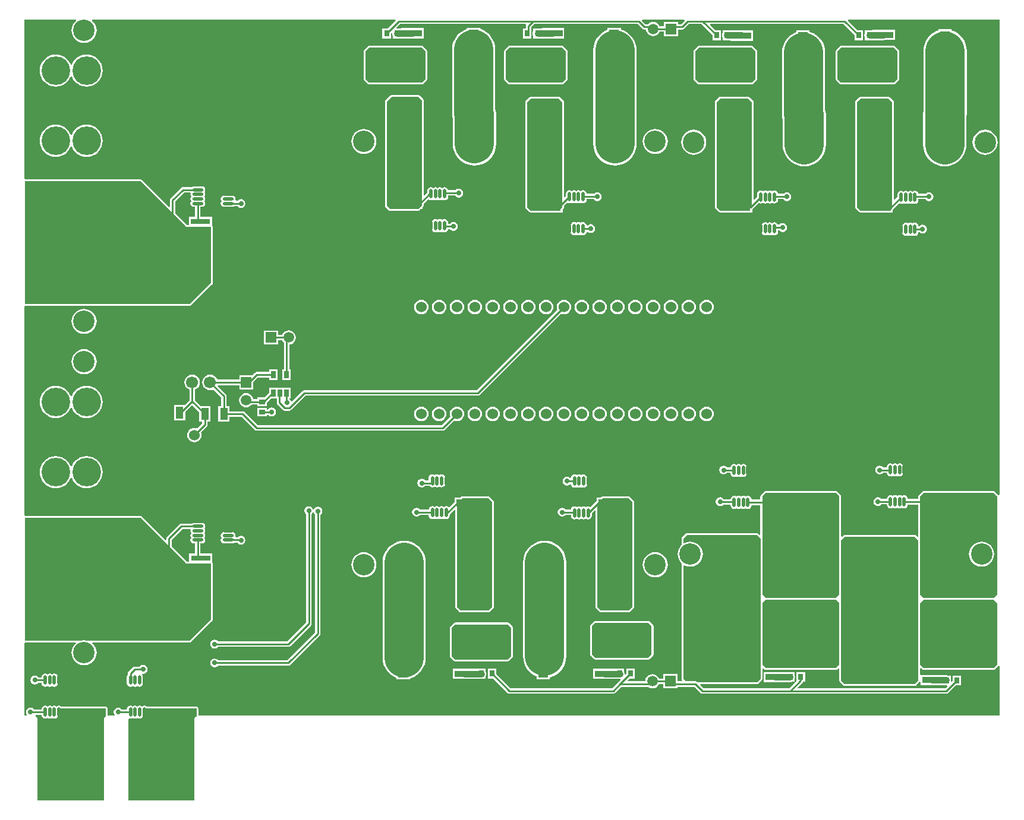
<source format=gtl>
G04 Layer_Physical_Order=1*
G04 Layer_Color=255*
%FSLAX25Y25*%
%MOIN*%
G70*
G01*
G75*
%ADD10R,0.02756X0.03937*%
%ADD11R,0.04331X0.06693*%
%ADD12R,0.10630X0.03740*%
%ADD13R,0.05512X0.22244*%
%ADD14R,0.02756X0.03543*%
%ADD15R,0.11024X0.03150*%
%ADD16R,0.11417X0.34252*%
%ADD17R,0.12598X0.03543*%
%ADD18R,0.03543X0.02756*%
%ADD19R,0.12795X0.03543*%
%ADD20R,0.09055X0.03937*%
%ADD21R,0.03150X0.03937*%
%ADD22O,0.06299X0.01772*%
%ADD23O,0.01969X0.05315*%
%ADD24C,0.01000*%
%ADD25C,0.22165*%
%ADD26C,0.03543*%
%ADD27R,0.03150X0.31496*%
%ADD28R,0.05512X0.39764*%
%ADD29R,0.14567X0.38189*%
%ADD30R,0.05906X0.05906*%
%ADD31C,0.05906*%
%ADD32C,0.02902*%
%ADD33C,0.06000*%
%ADD34C,0.15748*%
%ADD35C,0.06693*%
%ADD36R,0.05906X0.05906*%
%ADD37C,0.16000*%
%ADD38C,0.12000*%
G36*
X92323Y134547D02*
X106102Y134547D01*
X106102Y103051D01*
X94291Y91240D01*
X36767D01*
X36367Y91362D01*
X34995Y91497D01*
X33622Y91362D01*
X33222Y91240D01*
X1772D01*
Y160138D01*
X66732Y160138D01*
X92323Y134547D01*
D02*
G37*
G36*
X458661Y172279D02*
Y117161D01*
X456693Y115193D01*
X417323D01*
X415390Y117126D01*
Y148657D01*
X415354Y148835D01*
Y172279D01*
X417323Y174248D01*
X456693D01*
X458661Y172279D01*
D02*
G37*
G36*
X417323Y114173D02*
X456693D01*
X456722Y114179D01*
X458626Y112275D01*
Y77756D01*
X456693Y75823D01*
X417323Y75823D01*
X415390Y77756D01*
Y112275D01*
X417293Y114179D01*
X417323Y114173D01*
D02*
G37*
G36*
X505905D02*
X545276D01*
X545305Y114179D01*
X547244Y112240D01*
X547244Y77791D01*
X545276Y75823D01*
X505905Y75823D01*
X503972Y77756D01*
Y112275D01*
X505876Y114179D01*
X505905Y114173D01*
D02*
G37*
G36*
X547244Y172279D02*
Y117161D01*
X545276Y115193D01*
X505905D01*
X503972Y117126D01*
Y147673D01*
X503937Y147851D01*
Y172279D01*
X505905Y174248D01*
X545276D01*
X547244Y172279D01*
D02*
G37*
G36*
X92323Y323524D02*
X106102Y323524D01*
X106102Y292028D01*
X94291Y280217D01*
X1772D01*
Y349114D01*
X66732Y349114D01*
X92323Y323524D01*
D02*
G37*
G36*
X94738Y342360D02*
X94632Y341831D01*
X94779Y341095D01*
X95142Y340551D01*
X94779Y340007D01*
X94632Y339272D01*
X94779Y338536D01*
X95142Y337992D01*
X94779Y337448D01*
X94632Y336713D01*
X94779Y335977D01*
X95196Y335353D01*
X95819Y334936D01*
X96555Y334790D01*
X97290D01*
Y329150D01*
X93687D01*
Y324543D01*
X92745D01*
X86175Y331113D01*
Y337949D01*
X91086Y342860D01*
X94419D01*
X94738Y342360D01*
D02*
G37*
G36*
X414370Y148657D02*
Y69917D01*
X412402Y67949D01*
X379096D01*
X379034Y68011D01*
X378538Y68342D01*
X377953Y68458D01*
X372522D01*
X371063Y69917D01*
Y133392D01*
X371563Y133691D01*
X372294Y133301D01*
X373614Y132900D01*
X374986Y132765D01*
X376358Y132900D01*
X377678Y133301D01*
X378894Y133951D01*
X379960Y134825D01*
X380834Y135891D01*
X381484Y137107D01*
X381885Y138427D01*
X382020Y139799D01*
X381885Y141171D01*
X381484Y142491D01*
X380834Y143707D01*
X379960Y144773D01*
X378894Y145648D01*
X377678Y146298D01*
X376358Y146698D01*
X374986Y146833D01*
X373614Y146698D01*
X372294Y146298D01*
X371563Y145907D01*
X371063Y146206D01*
Y148657D01*
X373031Y150626D01*
X412402D01*
X414370Y148657D01*
D02*
G37*
G36*
X94738Y153384D02*
X94632Y152854D01*
X94779Y152119D01*
X95142Y151575D01*
X94779Y151031D01*
X94632Y150295D01*
X94779Y149559D01*
X95142Y149016D01*
X94779Y148472D01*
X94632Y147736D01*
X94779Y147000D01*
X95196Y146377D01*
X95819Y145960D01*
X96555Y145813D01*
X97290D01*
Y140173D01*
X93884D01*
Y135567D01*
X92745D01*
X84207Y144106D01*
Y147988D01*
X90102Y153884D01*
X94419D01*
X94738Y153384D01*
D02*
G37*
G36*
X458626Y75661D02*
Y68933D01*
X458704Y68543D01*
X458925Y68212D01*
X460893Y66243D01*
X461224Y66022D01*
X461614Y65945D01*
X500984D01*
X501374Y66022D01*
X501705Y66243D01*
X501705Y66243D01*
X503630Y68168D01*
X503813Y68146D01*
X504130Y67995D01*
Y66268D01*
X516323D01*
Y66161D01*
X519019D01*
X519210Y65699D01*
X518050Y64539D01*
X435466D01*
X435274Y65001D01*
X438089Y67816D01*
X438299Y68130D01*
X439386D01*
Y73673D01*
X434630D01*
Y68683D01*
X433912Y67965D01*
X433480Y68240D01*
X433480Y68584D01*
Y69622D01*
X433645Y70021D01*
X433741Y70744D01*
X433645Y71468D01*
X433480Y71866D01*
Y73673D01*
X428724D01*
Y73614D01*
X416126D01*
Y67874D01*
X428756D01*
Y67948D01*
X430945D01*
X431669Y68044D01*
X431876Y68130D01*
X432994D01*
X433370Y68130D01*
X433646Y67698D01*
X430486Y64539D01*
X382506D01*
X380578Y66467D01*
X380769Y66929D01*
X412402D01*
X412792Y67007D01*
X413123Y67228D01*
X413123Y67228D01*
X415091Y69196D01*
X415312Y69527D01*
X415390Y69917D01*
Y75661D01*
X415852Y75852D01*
X416602Y75102D01*
X416933Y74881D01*
X417323Y74803D01*
X456693Y74803D01*
X457083Y74881D01*
X457414Y75102D01*
X458164Y75852D01*
X458626Y75661D01*
D02*
G37*
G36*
X98032Y48695D02*
X97840Y48657D01*
X97344Y48325D01*
X97012Y47829D01*
X96896Y47244D01*
Y1529D01*
X59797D01*
Y47244D01*
X59775Y47354D01*
X60225Y47655D01*
X60249Y47639D01*
X61024Y47485D01*
X61798Y47639D01*
X62303Y47976D01*
X62809Y47639D01*
X63583Y47485D01*
X64357Y47639D01*
X64862Y47976D01*
X65368Y47639D01*
X66142Y47485D01*
X66916Y47639D01*
X67572Y48077D01*
X68011Y48734D01*
X68165Y49508D01*
Y52854D01*
X68407Y53150D01*
X98032D01*
Y48695D01*
D02*
G37*
G36*
X502953Y147673D02*
Y68933D01*
X500984Y66965D01*
X461614D01*
X459646Y68933D01*
Y116983D01*
X459681Y117161D01*
Y147708D01*
X461614Y149642D01*
X500984D01*
X502953Y147673D01*
D02*
G37*
G36*
X548471Y173144D02*
X547971Y172992D01*
X547965Y173000D01*
X545997Y174969D01*
X545666Y175190D01*
X545276Y175268D01*
X505905D01*
X505515Y175190D01*
X505185Y174969D01*
X503216Y173000D01*
X502995Y172670D01*
X502917Y172279D01*
Y170758D01*
X497003D01*
Y170902D01*
X496849Y171676D01*
X496411Y172332D01*
X495754Y172771D01*
X494980Y172925D01*
X494206Y172771D01*
X493701Y172433D01*
X493195Y172771D01*
X492421Y172925D01*
X491647Y172771D01*
X491142Y172433D01*
X490636Y172771D01*
X489862Y172925D01*
X489088Y172771D01*
X488583Y172433D01*
X488077Y172771D01*
X487303Y172925D01*
X486529Y172771D01*
X485873Y172332D01*
X485434Y171676D01*
X485280Y170902D01*
Y170821D01*
X482241D01*
X482082Y171058D01*
X481271Y171600D01*
X480315Y171790D01*
X479359Y171600D01*
X478548Y171058D01*
X478006Y170248D01*
X477935Y169888D01*
X477927Y169877D01*
X477811Y169291D01*
X477927Y168706D01*
X477935Y168695D01*
X478006Y168335D01*
X478548Y167524D01*
X479359Y166983D01*
X480315Y166793D01*
X481271Y166983D01*
X482082Y167524D01*
X482241Y167762D01*
X485280D01*
Y167555D01*
X485434Y166781D01*
X485873Y166124D01*
X486529Y165686D01*
X487303Y165532D01*
X488077Y165686D01*
X488583Y166024D01*
X489088Y165686D01*
X489862Y165532D01*
X490636Y165686D01*
X491142Y166024D01*
X491647Y165686D01*
X492421Y165532D01*
X493195Y165686D01*
X493701Y166024D01*
X494206Y165686D01*
X494980Y165532D01*
X495754Y165686D01*
X496411Y166124D01*
X496849Y166781D01*
X497003Y167555D01*
Y167699D01*
X502917D01*
Y149804D01*
X502456Y149612D01*
X501705Y150363D01*
X501374Y150584D01*
X500984Y150661D01*
X461614D01*
X461224Y150584D01*
X460893Y150363D01*
X460143Y149612D01*
X459681Y149804D01*
Y172279D01*
X459603Y172670D01*
X459382Y173000D01*
X457414Y174969D01*
X457083Y175190D01*
X456693Y175268D01*
X417323D01*
X416933Y175190D01*
X416602Y174969D01*
X414633Y173000D01*
X414412Y172670D01*
X414335Y172279D01*
Y170435D01*
X409358D01*
Y170579D01*
X409204Y171353D01*
X408765Y172009D01*
X408109Y172448D01*
X407335Y172602D01*
X406560Y172448D01*
X406055Y172110D01*
X405550Y172448D01*
X404776Y172602D01*
X404001Y172448D01*
X403496Y172110D01*
X402991Y172448D01*
X402216Y172602D01*
X401442Y172448D01*
X400937Y172110D01*
X400432Y172448D01*
X399658Y172602D01*
X398883Y172448D01*
X398227Y172009D01*
X397788Y171353D01*
X397663Y170722D01*
X393724D01*
X393499Y171058D01*
X392688Y171600D01*
X391732Y171790D01*
X390776Y171600D01*
X389965Y171058D01*
X389424Y170248D01*
X389233Y169291D01*
X389424Y168335D01*
X389965Y167524D01*
X390776Y166983D01*
X391732Y166793D01*
X392688Y166983D01*
X393499Y167524D01*
X393592Y167664D01*
X397634D01*
Y167232D01*
X397788Y166458D01*
X398227Y165802D01*
X398883Y165363D01*
X399658Y165209D01*
X400432Y165363D01*
X400937Y165701D01*
X401442Y165363D01*
X402216Y165209D01*
X402991Y165363D01*
X403496Y165701D01*
X404001Y165363D01*
X404776Y165209D01*
X405550Y165363D01*
X406055Y165701D01*
X406560Y165363D01*
X407335Y165209D01*
X408109Y165363D01*
X408765Y165802D01*
X409204Y166458D01*
X409358Y167232D01*
Y167376D01*
X414335D01*
Y150788D01*
X413873Y150597D01*
X413123Y151347D01*
X412792Y151568D01*
X412402Y151646D01*
X373031D01*
X372641Y151568D01*
X372310Y151347D01*
X372310Y151347D01*
X370342Y149378D01*
X370121Y149048D01*
X370043Y148657D01*
Y146206D01*
X370068Y146084D01*
X370074Y145959D01*
X370106Y145890D01*
X370121Y145816D01*
X370191Y145712D01*
X370244Y145599D01*
X370317Y145321D01*
X370276Y145051D01*
X370230Y144952D01*
X370012Y144773D01*
X369137Y143707D01*
X368487Y142491D01*
X368087Y141171D01*
X367952Y139799D01*
X368087Y138427D01*
X368487Y137107D01*
X369137Y135891D01*
X370012Y134825D01*
X370230Y134646D01*
X370276Y134547D01*
X370317Y134277D01*
X370244Y133999D01*
X370191Y133886D01*
X370121Y133782D01*
X370106Y133708D01*
X370074Y133640D01*
X370068Y133514D01*
X370043Y133392D01*
Y69917D01*
X370121Y69527D01*
X370342Y69196D01*
X370618Y68920D01*
X370427Y68458D01*
X367732D01*
Y72457D01*
X359827D01*
Y70033D01*
X357424D01*
X357232Y70497D01*
X356599Y71323D01*
X355773Y71957D01*
X354811Y72355D01*
X353780Y72491D01*
X352748Y72355D01*
X351786Y71957D01*
X350960Y71323D01*
X350327Y70497D01*
X349928Y69536D01*
X349793Y68504D01*
X349753Y68458D01*
X339976D01*
X339784Y68920D01*
X340927Y70063D01*
X343913D01*
Y75606D01*
X339158D01*
Y72620D01*
X338650Y72112D01*
X338176Y72346D01*
X338213Y72622D01*
X338118Y73346D01*
X338008Y73611D01*
Y75606D01*
X333252D01*
Y75606D01*
X333099Y75492D01*
X320468D01*
Y69752D01*
X333099D01*
Y69827D01*
X335417D01*
X335694Y69863D01*
X335927Y69389D01*
X334548Y68011D01*
X331095Y64557D01*
X274220D01*
X266158Y72620D01*
Y75606D01*
X261402D01*
Y70063D01*
X264388D01*
X272505Y61946D01*
X273001Y61615D01*
X273587Y61498D01*
X331728D01*
X332313Y61615D01*
X332810Y61946D01*
X336263Y65400D01*
X351332D01*
X351786Y65051D01*
X352748Y64653D01*
X353780Y64517D01*
X354811Y64653D01*
X355773Y65051D01*
X356599Y65685D01*
X357232Y66510D01*
X357424Y66975D01*
X359827D01*
Y64551D01*
X367732D01*
Y65400D01*
X377319D01*
X380791Y61928D01*
X381287Y61597D01*
X381872Y61480D01*
X518683D01*
X519268Y61597D01*
X519765Y61928D01*
X523997Y66161D01*
X526984D01*
Y71705D01*
X522228D01*
Y68718D01*
X521605Y68095D01*
X521181Y68378D01*
X521196Y68414D01*
X521292Y69138D01*
X521196Y69861D01*
X521079Y70145D01*
Y71705D01*
X519542D01*
X519220Y71838D01*
X518496Y71933D01*
X516760D01*
Y72008D01*
X504130D01*
X503972Y72443D01*
Y75661D01*
X504434Y75852D01*
X505185Y75102D01*
X505515Y74881D01*
X505905Y74803D01*
X545275Y74803D01*
X545666Y74881D01*
X545997Y75102D01*
X545997Y75102D01*
X547965Y77070D01*
X547971Y77079D01*
X548471Y76927D01*
Y49213D01*
X99051D01*
Y53150D01*
X98974Y53540D01*
X98752Y53871D01*
X98422Y54092D01*
X98032Y54169D01*
X70209D01*
X70131Y54285D01*
X69475Y54724D01*
X68701Y54877D01*
X67927Y54724D01*
X67421Y54386D01*
X66916Y54724D01*
X66142Y54877D01*
X65368Y54724D01*
X64862Y54386D01*
X64357Y54724D01*
X63583Y54877D01*
X62809Y54724D01*
X62303Y54386D01*
X61798Y54724D01*
X61024Y54877D01*
X60249Y54724D01*
X59593Y54285D01*
X59154Y53628D01*
X59000Y52854D01*
Y52681D01*
X56107Y52639D01*
X55901Y52948D01*
X55090Y53490D01*
X54134Y53680D01*
X53178Y53490D01*
X52367Y52948D01*
X51825Y52137D01*
X51635Y51181D01*
X51825Y50225D01*
X52168Y49713D01*
X51900Y49213D01*
X48264D01*
Y53150D01*
X48186Y53540D01*
X47965Y53871D01*
X47634Y54092D01*
X47244Y54169D01*
X22374D01*
X22297Y54285D01*
X21640Y54724D01*
X20866Y54877D01*
X20092Y54724D01*
X19587Y54386D01*
X19081Y54724D01*
X18307Y54877D01*
X17533Y54724D01*
X17028Y54386D01*
X16522Y54724D01*
X15748Y54877D01*
X14974Y54724D01*
X14469Y54386D01*
X13963Y54724D01*
X13189Y54877D01*
X12415Y54724D01*
X11758Y54285D01*
X11320Y53628D01*
X11166Y52854D01*
Y52612D01*
X6913D01*
X6688Y52948D01*
X5878Y53490D01*
X4921Y53680D01*
X3965Y53490D01*
X3154Y52948D01*
X2613Y52137D01*
X2423Y51181D01*
X2613Y50225D01*
X2955Y49713D01*
X2688Y49213D01*
X1529D01*
Y90022D01*
X1772Y90221D01*
X30234D01*
X30402Y89750D01*
X30021Y89437D01*
X29146Y88371D01*
X28496Y87155D01*
X28096Y85835D01*
X27961Y84463D01*
X28096Y83091D01*
X28496Y81771D01*
X29146Y80555D01*
X30021Y79489D01*
X31087Y78614D01*
X32303Y77965D01*
X33622Y77564D01*
X34995Y77429D01*
X36367Y77564D01*
X37686Y77965D01*
X38902Y78614D01*
X39968Y79489D01*
X40843Y80555D01*
X41493Y81771D01*
X41893Y83091D01*
X42028Y84463D01*
X41893Y85835D01*
X41493Y87155D01*
X40843Y88371D01*
X39968Y89437D01*
X39587Y89750D01*
X39755Y90221D01*
X94291D01*
X94682Y90298D01*
X95012Y90519D01*
X106446Y101953D01*
X106907D01*
Y102456D01*
X107044Y102661D01*
X107122Y103051D01*
X107122Y134547D01*
X107044Y134937D01*
X106907Y135142D01*
Y140173D01*
X100348D01*
Y145813D01*
X101083D01*
X101819Y145960D01*
X102442Y146377D01*
X102859Y147000D01*
X103005Y147736D01*
X102859Y148472D01*
X102496Y149016D01*
X102859Y149559D01*
X103005Y150295D01*
X102859Y151031D01*
X102496Y151575D01*
X102859Y152119D01*
X103005Y152854D01*
X102859Y153590D01*
X102496Y154134D01*
X102859Y154678D01*
X103005Y155413D01*
X102859Y156149D01*
X102442Y156773D01*
X101819Y157190D01*
X101083Y157336D01*
X96555D01*
X95819Y157190D01*
X95450Y156943D01*
X89468D01*
X88883Y156826D01*
X88387Y156495D01*
X81596Y149704D01*
X81264Y149207D01*
X81148Y148622D01*
Y147818D01*
X80686Y147626D01*
X67453Y160859D01*
X67123Y161080D01*
X66732Y161157D01*
X2029Y161157D01*
X1529Y161557D01*
Y278998D01*
X1772Y279197D01*
X94291D01*
X94682Y279275D01*
X95012Y279496D01*
X106446Y290929D01*
X106711D01*
Y291194D01*
X106823Y291307D01*
X107044Y291637D01*
X107122Y292028D01*
X107122Y323524D01*
X107044Y323914D01*
X106823Y324245D01*
X106711Y324320D01*
Y329150D01*
X100348D01*
Y334790D01*
X101083D01*
X101819Y334936D01*
X102442Y335353D01*
X102859Y335977D01*
X103005Y336713D01*
X102859Y337448D01*
X102496Y337992D01*
X102859Y338536D01*
X103005Y339272D01*
X102859Y340007D01*
X102496Y340551D01*
X102859Y341095D01*
X103005Y341831D01*
X102859Y342566D01*
X102496Y343110D01*
X102859Y343654D01*
X103005Y344390D01*
X102859Y345126D01*
X102442Y345749D01*
X101819Y346166D01*
X101083Y346312D01*
X96555D01*
X95819Y346166D01*
X95450Y345919D01*
X90453D01*
X89868Y345803D01*
X89371Y345471D01*
X83564Y339664D01*
X83233Y339168D01*
X83116Y338583D01*
Y334825D01*
X82654Y334634D01*
X67453Y349835D01*
X67123Y350056D01*
X66732Y350134D01*
X2029Y350134D01*
X1529Y350533D01*
Y439809D01*
X30389D01*
X30568Y439309D01*
X30021Y438860D01*
X29146Y437794D01*
X28496Y436578D01*
X28096Y435259D01*
X27961Y433887D01*
X28096Y432514D01*
X28496Y431195D01*
X29146Y429979D01*
X30021Y428913D01*
X31087Y428038D01*
X32303Y427388D01*
X33622Y426988D01*
X34995Y426853D01*
X36367Y426988D01*
X37686Y427388D01*
X38902Y428038D01*
X39968Y428913D01*
X40843Y429979D01*
X41493Y431195D01*
X41893Y432514D01*
X42028Y433887D01*
X41893Y435259D01*
X41493Y436578D01*
X40843Y437794D01*
X39968Y438860D01*
X39421Y439309D01*
X39600Y439809D01*
X209631D01*
X209822Y439347D01*
X205333Y434858D01*
X202346D01*
Y429315D01*
X207102D01*
Y432232D01*
X207394Y432460D01*
X207853Y432228D01*
X207834Y432087D01*
X207930Y431363D01*
X208209Y430689D01*
X208252Y430633D01*
Y429315D01*
X210448D01*
X210630Y429291D01*
X219134D01*
X219764Y429374D01*
X225606D01*
Y435114D01*
X212976D01*
Y434882D01*
X210630D01*
X210448Y434858D01*
X210312D01*
X210121Y435320D01*
X212248Y437447D01*
X282666D01*
X282933Y436947D01*
X282839Y436806D01*
X282723Y436221D01*
Y434858D01*
X281087D01*
Y429315D01*
X285842D01*
Y434858D01*
X285781D01*
Y435587D01*
X287641Y437447D01*
X345429D01*
X348131Y434745D01*
X348627Y434414D01*
X349213Y434297D01*
X350232D01*
X350322Y433614D01*
X350721Y432652D01*
X351354Y431826D01*
X352180Y431193D01*
X353141Y430795D01*
X354173Y430659D01*
X355205Y430795D01*
X356167Y431193D01*
X356992Y431826D01*
X357626Y432652D01*
X357818Y433116D01*
X360221D01*
Y430693D01*
X368126D01*
Y434297D01*
X370472D01*
X371058Y434414D01*
X371554Y434745D01*
X374255Y437447D01*
X381256D01*
X387386Y431317D01*
Y428331D01*
X392142D01*
Y433874D01*
X389155D01*
X386044Y436985D01*
X386235Y437447D01*
X460981D01*
X467110Y431317D01*
Y428331D01*
X471866D01*
Y433874D01*
X468879D01*
X463406Y439347D01*
X463597Y439809D01*
X548471D01*
Y173144D01*
D02*
G37*
G36*
X371830Y439347D02*
X369839Y437356D01*
X368126D01*
Y438598D01*
X360221D01*
Y436175D01*
X357818D01*
X357626Y436639D01*
X356992Y437465D01*
X356167Y438098D01*
X355205Y438497D01*
X354173Y438632D01*
X353141Y438497D01*
X352180Y438098D01*
X351354Y437465D01*
X351271Y437356D01*
X349846D01*
X347855Y439347D01*
X348046Y439809D01*
X371639D01*
X371830Y439347D01*
D02*
G37*
G36*
X47244Y48695D02*
X47052Y48657D01*
X46556Y48325D01*
X46225Y47829D01*
X46108Y47244D01*
Y1529D01*
X9010D01*
Y47244D01*
X8893Y47829D01*
X8562Y48325D01*
X8066Y48657D01*
X7874Y48695D01*
Y49553D01*
X11166D01*
Y49508D01*
X11320Y48734D01*
X11758Y48077D01*
X12415Y47639D01*
X13189Y47485D01*
X13963Y47639D01*
X14469Y47976D01*
X14974Y47639D01*
X15748Y47485D01*
X16522Y47639D01*
X17028Y47976D01*
X17533Y47639D01*
X18307Y47485D01*
X19081Y47639D01*
X19738Y48077D01*
X20176Y48734D01*
X20330Y49508D01*
Y52854D01*
X20572Y53150D01*
X47244D01*
Y48695D01*
D02*
G37*
%LPC*%
G36*
X538386Y146833D02*
X537014Y146698D01*
X535694Y146298D01*
X534478Y145648D01*
X533412Y144773D01*
X532537Y143707D01*
X531887Y142491D01*
X531487Y141171D01*
X531352Y139799D01*
X531487Y138427D01*
X531887Y137107D01*
X532537Y135891D01*
X533412Y134825D01*
X534478Y133951D01*
X535694Y133301D01*
X537014Y132900D01*
X538386Y132765D01*
X539758Y132900D01*
X541078Y133301D01*
X542294Y133951D01*
X543360Y134825D01*
X544234Y135891D01*
X544884Y137107D01*
X545285Y138427D01*
X545420Y139799D01*
X545285Y141171D01*
X544884Y142491D01*
X544234Y143707D01*
X543360Y144773D01*
X542294Y145648D01*
X541078Y146298D01*
X539758Y146698D01*
X538386Y146833D01*
D02*
G37*
G36*
X294173Y222578D02*
X293129Y222440D01*
X292156Y222037D01*
X291320Y221396D01*
X290679Y220561D01*
X290276Y219587D01*
X290139Y218543D01*
X290276Y217499D01*
X290679Y216526D01*
X291320Y215690D01*
X292156Y215049D01*
X293129Y214646D01*
X294173Y214509D01*
X295217Y214646D01*
X296191Y215049D01*
X297026Y215690D01*
X297667Y216526D01*
X298070Y217499D01*
X298208Y218543D01*
X298070Y219587D01*
X297667Y220561D01*
X297026Y221396D01*
X296191Y222037D01*
X295217Y222440D01*
X294173Y222578D01*
D02*
G37*
G36*
X284173D02*
X283129Y222440D01*
X282156Y222037D01*
X281320Y221396D01*
X280679Y220561D01*
X280276Y219587D01*
X280139Y218543D01*
X280276Y217499D01*
X280679Y216526D01*
X281320Y215690D01*
X282156Y215049D01*
X283129Y214646D01*
X284173Y214509D01*
X285217Y214646D01*
X286191Y215049D01*
X287026Y215690D01*
X287667Y216526D01*
X288070Y217499D01*
X288208Y218543D01*
X288070Y219587D01*
X287667Y220561D01*
X287026Y221396D01*
X286191Y222037D01*
X285217Y222440D01*
X284173Y222578D01*
D02*
G37*
G36*
X314173D02*
X313129Y222440D01*
X312156Y222037D01*
X311320Y221396D01*
X310679Y220561D01*
X310276Y219587D01*
X310139Y218543D01*
X310276Y217499D01*
X310679Y216526D01*
X311320Y215690D01*
X312156Y215049D01*
X313129Y214646D01*
X314173Y214509D01*
X315217Y214646D01*
X316191Y215049D01*
X317026Y215690D01*
X317667Y216526D01*
X318070Y217499D01*
X318208Y218543D01*
X318070Y219587D01*
X317667Y220561D01*
X317026Y221396D01*
X316191Y222037D01*
X315217Y222440D01*
X314173Y222578D01*
D02*
G37*
G36*
X304173D02*
X303129Y222440D01*
X302156Y222037D01*
X301320Y221396D01*
X300679Y220561D01*
X300276Y219587D01*
X300139Y218543D01*
X300276Y217499D01*
X300679Y216526D01*
X301320Y215690D01*
X302156Y215049D01*
X303129Y214646D01*
X304173Y214509D01*
X305217Y214646D01*
X306190Y215049D01*
X307026Y215690D01*
X307667Y216526D01*
X308070Y217499D01*
X308208Y218543D01*
X308070Y219587D01*
X307667Y220561D01*
X307026Y221396D01*
X306190Y222037D01*
X305217Y222440D01*
X304173Y222578D01*
D02*
G37*
G36*
X274173D02*
X273129Y222440D01*
X272156Y222037D01*
X271320Y221396D01*
X270679Y220561D01*
X270276Y219587D01*
X270139Y218543D01*
X270276Y217499D01*
X270679Y216526D01*
X271320Y215690D01*
X272156Y215049D01*
X273129Y214646D01*
X274173Y214509D01*
X275217Y214646D01*
X276190Y215049D01*
X277026Y215690D01*
X277667Y216526D01*
X278070Y217499D01*
X278208Y218543D01*
X278070Y219587D01*
X277667Y220561D01*
X277026Y221396D01*
X276190Y222037D01*
X275217Y222440D01*
X274173Y222578D01*
D02*
G37*
G36*
X140157Y222184D02*
X139201Y221994D01*
X138391Y221452D01*
X138100Y221018D01*
X137614D01*
Y221866D01*
X132071D01*
Y217110D01*
X137614D01*
Y217959D01*
X138363D01*
X138391Y217918D01*
X139201Y217376D01*
X140157Y217186D01*
X141114Y217376D01*
X141924Y217918D01*
X142466Y218729D01*
X142656Y219685D01*
X142466Y220641D01*
X141924Y221452D01*
X141114Y221994D01*
X140157Y222184D01*
D02*
G37*
G36*
X254173Y222578D02*
X253129Y222440D01*
X252156Y222037D01*
X251320Y221396D01*
X250679Y220561D01*
X250276Y219587D01*
X250139Y218543D01*
X250276Y217499D01*
X250679Y216526D01*
X251320Y215690D01*
X252156Y215049D01*
X253129Y214646D01*
X254173Y214509D01*
X255217Y214646D01*
X256190Y215049D01*
X257026Y215690D01*
X257667Y216526D01*
X258070Y217499D01*
X258208Y218543D01*
X258070Y219587D01*
X257667Y220561D01*
X257026Y221396D01*
X256190Y222037D01*
X255217Y222440D01*
X254173Y222578D01*
D02*
G37*
G36*
X264173D02*
X263129Y222440D01*
X262156Y222037D01*
X261320Y221396D01*
X260679Y220561D01*
X260276Y219587D01*
X260139Y218543D01*
X260276Y217499D01*
X260679Y216526D01*
X261320Y215690D01*
X262156Y215049D01*
X263129Y214646D01*
X264173Y214509D01*
X265217Y214646D01*
X266191Y215049D01*
X267026Y215690D01*
X267667Y216526D01*
X268070Y217499D01*
X268208Y218543D01*
X268070Y219587D01*
X267667Y220561D01*
X267026Y221396D01*
X266191Y222037D01*
X265217Y222440D01*
X264173Y222578D01*
D02*
G37*
G36*
X36395Y234307D02*
X34630Y234133D01*
X32934Y233618D01*
X31370Y232782D01*
X30000Y231658D01*
X28875Y230287D01*
X28039Y228724D01*
X27994Y228576D01*
X27494D01*
X27450Y228724D01*
X26614Y230287D01*
X25489Y231658D01*
X24119Y232782D01*
X22555Y233618D01*
X20859Y234133D01*
X19094Y234307D01*
X17330Y234133D01*
X15634Y233618D01*
X14070Y232782D01*
X12700Y231658D01*
X11575Y230287D01*
X10739Y228724D01*
X10225Y227027D01*
X10051Y225263D01*
X10225Y223499D01*
X10739Y221802D01*
X11575Y220239D01*
X12700Y218868D01*
X14070Y217743D01*
X15634Y216908D01*
X17330Y216393D01*
X19094Y216219D01*
X20859Y216393D01*
X22555Y216908D01*
X24119Y217743D01*
X25489Y218868D01*
X26614Y220239D01*
X27450Y221802D01*
X27494Y221950D01*
X27994D01*
X28039Y221802D01*
X28875Y220239D01*
X30000Y218868D01*
X31370Y217743D01*
X32934Y216908D01*
X34630Y216393D01*
X36395Y216219D01*
X38159Y216393D01*
X39855Y216908D01*
X41419Y217743D01*
X42789Y218868D01*
X43914Y220239D01*
X44750Y221802D01*
X45264Y223499D01*
X45438Y225263D01*
X45264Y227027D01*
X44750Y228724D01*
X43914Y230287D01*
X42789Y231658D01*
X41419Y232782D01*
X39855Y233618D01*
X38159Y234133D01*
X36395Y234307D01*
D02*
G37*
G36*
X324173Y222578D02*
X323129Y222440D01*
X322156Y222037D01*
X321320Y221396D01*
X320679Y220561D01*
X320276Y219587D01*
X320139Y218543D01*
X320276Y217499D01*
X320679Y216526D01*
X321320Y215690D01*
X322156Y215049D01*
X323129Y214646D01*
X324173Y214509D01*
X325217Y214646D01*
X326190Y215049D01*
X327026Y215690D01*
X327667Y216526D01*
X328070Y217499D01*
X328208Y218543D01*
X328070Y219587D01*
X327667Y220561D01*
X327026Y221396D01*
X326190Y222037D01*
X325217Y222440D01*
X324173Y222578D01*
D02*
G37*
G36*
X149764Y265404D02*
X148732Y265268D01*
X147770Y264870D01*
X146945Y264236D01*
X146311Y263411D01*
X146119Y262947D01*
X143717D01*
Y265370D01*
X135811D01*
Y257465D01*
X143717D01*
Y259888D01*
X146119D01*
X146311Y259424D01*
X146945Y258598D01*
X147093Y258485D01*
Y243520D01*
X146244D01*
Y237583D01*
X151000D01*
Y243520D01*
X150151D01*
Y257482D01*
X150796Y257566D01*
X151757Y257965D01*
X152583Y258598D01*
X153217Y259424D01*
X153615Y260385D01*
X153751Y261417D01*
X153615Y262449D01*
X153217Y263411D01*
X152583Y264236D01*
X151757Y264870D01*
X150796Y265268D01*
X149764Y265404D01*
D02*
G37*
G36*
X374173Y222578D02*
X373129Y222440D01*
X372156Y222037D01*
X371320Y221396D01*
X370679Y220561D01*
X370276Y219587D01*
X370139Y218543D01*
X370276Y217499D01*
X370679Y216526D01*
X371320Y215690D01*
X372156Y215049D01*
X373129Y214646D01*
X374173Y214509D01*
X375217Y214646D01*
X376190Y215049D01*
X377026Y215690D01*
X377667Y216526D01*
X378070Y217499D01*
X378208Y218543D01*
X378070Y219587D01*
X377667Y220561D01*
X377026Y221396D01*
X376190Y222037D01*
X375217Y222440D01*
X374173Y222578D01*
D02*
G37*
G36*
X364173D02*
X363129Y222440D01*
X362156Y222037D01*
X361320Y221396D01*
X360679Y220561D01*
X360276Y219587D01*
X360139Y218543D01*
X360276Y217499D01*
X360679Y216526D01*
X361320Y215690D01*
X362156Y215049D01*
X363129Y214646D01*
X364173Y214509D01*
X365217Y214646D01*
X366191Y215049D01*
X367026Y215690D01*
X367667Y216526D01*
X368070Y217499D01*
X368208Y218543D01*
X368070Y219587D01*
X367667Y220561D01*
X367026Y221396D01*
X366191Y222037D01*
X365217Y222440D01*
X364173Y222578D01*
D02*
G37*
G36*
X34995Y254897D02*
X33622Y254762D01*
X32303Y254361D01*
X31087Y253711D01*
X30021Y252837D01*
X29146Y251771D01*
X28496Y250555D01*
X28096Y249235D01*
X27961Y247863D01*
X28096Y246491D01*
X28496Y245171D01*
X29146Y243955D01*
X30021Y242889D01*
X31087Y242015D01*
X32303Y241365D01*
X33622Y240964D01*
X34995Y240829D01*
X36367Y240964D01*
X37686Y241365D01*
X38902Y242015D01*
X39968Y242889D01*
X40843Y243955D01*
X41493Y245171D01*
X41893Y246491D01*
X42028Y247863D01*
X41893Y249235D01*
X41493Y250555D01*
X40843Y251771D01*
X39968Y252837D01*
X38902Y253711D01*
X37686Y254361D01*
X36367Y254762D01*
X34995Y254897D01*
D02*
G37*
G36*
X354173Y222578D02*
X353129Y222440D01*
X352156Y222037D01*
X351320Y221396D01*
X350679Y220561D01*
X350276Y219587D01*
X350139Y218543D01*
X350276Y217499D01*
X350679Y216526D01*
X351320Y215690D01*
X352156Y215049D01*
X353129Y214646D01*
X354173Y214509D01*
X355217Y214646D01*
X356190Y215049D01*
X357026Y215690D01*
X357667Y216526D01*
X358070Y217499D01*
X358208Y218543D01*
X358070Y219587D01*
X357667Y220561D01*
X357026Y221396D01*
X356190Y222037D01*
X355217Y222440D01*
X354173Y222578D01*
D02*
G37*
G36*
X334173D02*
X333129Y222440D01*
X332156Y222037D01*
X331320Y221396D01*
X330679Y220561D01*
X330276Y219587D01*
X330139Y218543D01*
X330276Y217499D01*
X330679Y216526D01*
X331320Y215690D01*
X332156Y215049D01*
X333129Y214646D01*
X334173Y214509D01*
X335217Y214646D01*
X336191Y215049D01*
X337026Y215690D01*
X337667Y216526D01*
X338070Y217499D01*
X338208Y218543D01*
X338070Y219587D01*
X337667Y220561D01*
X337026Y221396D01*
X336191Y222037D01*
X335217Y222440D01*
X334173Y222578D01*
D02*
G37*
G36*
X143520Y243520D02*
X138764D01*
Y242081D01*
X131890D01*
X131305Y241964D01*
X130808Y241633D01*
X129349Y240173D01*
X122031D01*
Y237750D01*
X109701D01*
X109426Y238412D01*
X108730Y239320D01*
X107822Y240017D01*
X106765Y240455D01*
X105630Y240604D01*
X104495Y240455D01*
X103438Y240017D01*
X102530Y239320D01*
X101833Y238412D01*
X101395Y237355D01*
X101246Y236221D01*
X101395Y235086D01*
X101833Y234029D01*
X102530Y233120D01*
X103438Y232424D01*
X104495Y231986D01*
X105630Y231837D01*
X106765Y231986D01*
X107427Y232260D01*
X111856Y227831D01*
Y222850D01*
X110221D01*
Y214158D01*
X116551D01*
Y216974D01*
X123382D01*
X130808Y209548D01*
X131305Y209217D01*
X131890Y209101D01*
X236260D01*
X236845Y209217D01*
X237341Y209548D01*
X242641Y214848D01*
X243129Y214646D01*
X244173Y214509D01*
X245217Y214646D01*
X246191Y215049D01*
X247026Y215690D01*
X247667Y216526D01*
X248070Y217499D01*
X248208Y218543D01*
X248070Y219587D01*
X247667Y220561D01*
X247026Y221396D01*
X246191Y222037D01*
X245217Y222440D01*
X244173Y222578D01*
X243129Y222440D01*
X242156Y222037D01*
X241320Y221396D01*
X240679Y220561D01*
X240276Y219587D01*
X240139Y218543D01*
X240276Y217499D01*
X240478Y217011D01*
X235626Y212159D01*
X132523D01*
X125097Y219585D01*
X124601Y219917D01*
X124016Y220033D01*
X116551D01*
Y222850D01*
X114915D01*
Y228465D01*
X114799Y229050D01*
X114467Y229546D01*
X109822Y234191D01*
X110029Y234691D01*
X122031D01*
Y232268D01*
X129937D01*
Y236436D01*
X132523Y239022D01*
X138764D01*
Y237583D01*
X143520D01*
Y243520D01*
D02*
G37*
G36*
X344173Y222578D02*
X343129Y222440D01*
X342156Y222037D01*
X341320Y221396D01*
X340679Y220561D01*
X340276Y219587D01*
X340139Y218543D01*
X340276Y217499D01*
X340679Y216526D01*
X341320Y215690D01*
X342156Y215049D01*
X343129Y214646D01*
X344173Y214509D01*
X345217Y214646D01*
X346191Y215049D01*
X347026Y215690D01*
X347667Y216526D01*
X348070Y217499D01*
X348208Y218543D01*
X348070Y219587D01*
X347667Y220561D01*
X347026Y221396D01*
X346191Y222037D01*
X345217Y222440D01*
X344173Y222578D01*
D02*
G37*
G36*
X384173D02*
X383129Y222440D01*
X382156Y222037D01*
X381320Y221396D01*
X380679Y220561D01*
X380276Y219587D01*
X380139Y218543D01*
X380276Y217499D01*
X380679Y216526D01*
X381320Y215690D01*
X382156Y215049D01*
X383129Y214646D01*
X384173Y214509D01*
X385217Y214646D01*
X386191Y215049D01*
X387026Y215690D01*
X387667Y216526D01*
X388070Y217499D01*
X388208Y218543D01*
X388070Y219587D01*
X387667Y220561D01*
X387026Y221396D01*
X386191Y222037D01*
X385217Y222440D01*
X384173Y222578D01*
D02*
G37*
G36*
X234173D02*
X233129Y222440D01*
X232156Y222037D01*
X231320Y221396D01*
X230679Y220561D01*
X230276Y219587D01*
X230139Y218543D01*
X230276Y217499D01*
X230679Y216526D01*
X231320Y215690D01*
X232156Y215049D01*
X233129Y214646D01*
X234173Y214509D01*
X235217Y214646D01*
X236191Y215049D01*
X237026Y215690D01*
X237667Y216526D01*
X238070Y217499D01*
X238208Y218543D01*
X238070Y219587D01*
X237667Y220561D01*
X237026Y221396D01*
X236191Y222037D01*
X235217Y222440D01*
X234173Y222578D01*
D02*
G37*
G36*
X161024Y166672D02*
X160067Y166482D01*
X159257Y165940D01*
X158715Y165129D01*
X158525Y164173D01*
X158715Y163217D01*
X159257Y162406D01*
X159494Y162248D01*
Y101421D01*
X148973Y90899D01*
X110193D01*
X110035Y91137D01*
X109224Y91679D01*
X108268Y91869D01*
X107311Y91679D01*
X106501Y91137D01*
X105959Y90326D01*
X105769Y89370D01*
X105959Y88414D01*
X106501Y87603D01*
X107311Y87062D01*
X108268Y86871D01*
X109224Y87062D01*
X110035Y87603D01*
X110193Y87841D01*
X149606D01*
X150192Y87957D01*
X150688Y88289D01*
X162105Y99706D01*
X162437Y100202D01*
X162553Y100787D01*
Y162248D01*
X162791Y162406D01*
X163295Y163162D01*
X163516Y163176D01*
X163815Y163109D01*
X163833Y163020D01*
X164375Y162209D01*
X164612Y162051D01*
Y95909D01*
X148973Y80270D01*
X110193D01*
X110035Y80507D01*
X109224Y81049D01*
X108268Y81239D01*
X107311Y81049D01*
X106501Y80507D01*
X105959Y79696D01*
X105769Y78740D01*
X105959Y77784D01*
X106501Y76973D01*
X107311Y76432D01*
X108268Y76241D01*
X109224Y76432D01*
X110035Y76973D01*
X110193Y77211D01*
X149606D01*
X150192Y77327D01*
X150688Y77659D01*
X167223Y94194D01*
X167555Y94690D01*
X167671Y95276D01*
Y162051D01*
X167909Y162209D01*
X168450Y163020D01*
X168640Y163976D01*
X168450Y164933D01*
X167909Y165743D01*
X167098Y166285D01*
X166142Y166475D01*
X165185Y166285D01*
X164375Y165743D01*
X163870Y164988D01*
X163649Y164974D01*
X163350Y165041D01*
X163332Y165129D01*
X162791Y165940D01*
X161980Y166482D01*
X161024Y166672D01*
D02*
G37*
G36*
X243110Y101413D02*
X242720Y101336D01*
X242389Y101115D01*
X240421Y99146D01*
X240200Y98815D01*
X240122Y98425D01*
X240122Y82677D01*
X240200Y82287D01*
X240421Y81956D01*
X240421Y81956D01*
X242389Y79988D01*
X242720Y79767D01*
X243110Y79689D01*
X272638Y79689D01*
X273028Y79767D01*
X273359Y79988D01*
X275327Y81956D01*
X275548Y82287D01*
X275626Y82677D01*
Y98425D01*
X275548Y98815D01*
X275327Y99146D01*
X273359Y101115D01*
X273028Y101336D01*
X272638Y101413D01*
X243110Y101413D01*
D02*
G37*
G36*
X321850Y102398D02*
X321460Y102320D01*
X321129Y102099D01*
X319161Y100130D01*
X318940Y99800D01*
X318862Y99410D01*
X318862Y83662D01*
X318940Y83271D01*
X319161Y82941D01*
X319161Y82940D01*
X321129Y80972D01*
X321460Y80751D01*
X321850Y80673D01*
X351378Y80673D01*
X351768Y80751D01*
X352099Y80972D01*
X354067Y82941D01*
X354289Y83271D01*
X354366Y83661D01*
Y99410D01*
X354289Y99800D01*
X354067Y100130D01*
X352099Y102099D01*
X351768Y102320D01*
X351378Y102398D01*
X321850Y102398D01*
D02*
G37*
G36*
X355329Y140892D02*
X353957Y140757D01*
X352637Y140357D01*
X351421Y139707D01*
X350356Y138832D01*
X349481Y137766D01*
X348831Y136550D01*
X348430Y135231D01*
X348295Y133858D01*
X348430Y132486D01*
X348831Y131167D01*
X349481Y129950D01*
X350356Y128885D01*
X351421Y128010D01*
X352637Y127360D01*
X353957Y126960D01*
X355329Y126824D01*
X356701Y126960D01*
X358021Y127360D01*
X359237Y128010D01*
X360303Y128885D01*
X361178Y129950D01*
X361828Y131167D01*
X362228Y132486D01*
X362363Y133858D01*
X362228Y135231D01*
X361828Y136550D01*
X361178Y137766D01*
X360303Y138832D01*
X359237Y139707D01*
X358021Y140357D01*
X356701Y140757D01*
X355329Y140892D01*
D02*
G37*
G36*
X191929D02*
X190557Y140757D01*
X189237Y140357D01*
X188021Y139707D01*
X186955Y138832D01*
X186081Y137766D01*
X185431Y136550D01*
X185030Y135231D01*
X184895Y133858D01*
X185030Y132486D01*
X185431Y131167D01*
X186081Y129950D01*
X186955Y128885D01*
X188021Y128010D01*
X189237Y127360D01*
X190557Y126960D01*
X191929Y126824D01*
X193301Y126960D01*
X194621Y127360D01*
X195837Y128010D01*
X196903Y128885D01*
X197778Y129950D01*
X198428Y131167D01*
X198828Y132486D01*
X198963Y133858D01*
X198828Y135231D01*
X198428Y136550D01*
X197778Y137766D01*
X196903Y138832D01*
X195837Y139707D01*
X194621Y140357D01*
X193301Y140757D01*
X191929Y140892D01*
D02*
G37*
G36*
X214529Y147378D02*
X212633Y147229D01*
X210784Y146785D01*
X209027Y146057D01*
X207405Y145064D01*
X205959Y143828D01*
X204724Y142382D01*
X203730Y140761D01*
X203002Y139004D01*
X202558Y137154D01*
X202409Y135258D01*
Y117958D01*
Y81693D01*
X202558Y79797D01*
X203002Y77948D01*
X203730Y76191D01*
X204724Y74569D01*
X205959Y73123D01*
X207405Y71888D01*
X209027Y70894D01*
X210221Y70399D01*
Y69571D01*
X217732D01*
Y70036D01*
X218274Y70166D01*
X220031Y70894D01*
X221653Y71888D01*
X223099Y73123D01*
X224335Y74569D01*
X225328Y76191D01*
X226056Y77948D01*
X226500Y79797D01*
X226649Y81693D01*
Y117958D01*
Y135258D01*
X226500Y137154D01*
X226056Y139004D01*
X225328Y140761D01*
X224335Y142382D01*
X223099Y143828D01*
X221653Y145064D01*
X220031Y146057D01*
X218274Y146785D01*
X216425Y147229D01*
X214529Y147378D01*
D02*
G37*
G36*
X293329D02*
X291433Y147229D01*
X289584Y146785D01*
X287827Y146057D01*
X286205Y145064D01*
X284759Y143828D01*
X283524Y142382D01*
X282530Y140761D01*
X281802Y139004D01*
X281358Y137154D01*
X281209Y135258D01*
Y82435D01*
X281358Y80539D01*
X281802Y78690D01*
X282530Y76933D01*
X283524Y75311D01*
X284759Y73865D01*
X286205Y72630D01*
X287827Y71636D01*
X288776Y71243D01*
Y69516D01*
X296287D01*
Y70720D01*
X297074Y70909D01*
X298832Y71636D01*
X300453Y72630D01*
X301899Y73865D01*
X303134Y75311D01*
X304128Y76933D01*
X304856Y78690D01*
X305300Y80539D01*
X305449Y82435D01*
Y135258D01*
X305300Y137154D01*
X304856Y139004D01*
X304128Y140761D01*
X303134Y142382D01*
X301899Y143828D01*
X300453Y145064D01*
X298832Y146057D01*
X297074Y146785D01*
X295225Y147229D01*
X293329Y147378D01*
D02*
G37*
G36*
X18307Y72791D02*
X17533Y72637D01*
X17028Y72299D01*
X16522Y72637D01*
X15748Y72791D01*
X14974Y72637D01*
X14469Y72299D01*
X13963Y72637D01*
X13189Y72791D01*
X12415Y72637D01*
X11758Y72198D01*
X11320Y71542D01*
X11166Y70768D01*
Y70624D01*
X9307D01*
X9149Y70861D01*
X8338Y71403D01*
X7382Y71593D01*
X6426Y71403D01*
X5615Y70861D01*
X5073Y70051D01*
X4883Y69095D01*
X5073Y68138D01*
X5615Y67328D01*
X6426Y66786D01*
X7382Y66596D01*
X8338Y66786D01*
X9149Y67328D01*
X9307Y67565D01*
X11166D01*
Y67421D01*
X11320Y66647D01*
X11758Y65991D01*
X12415Y65552D01*
X13189Y65398D01*
X13963Y65552D01*
X14469Y65890D01*
X14974Y65552D01*
X15748Y65398D01*
X16522Y65552D01*
X17028Y65890D01*
X17533Y65552D01*
X18307Y65398D01*
X19081Y65552D01*
X19738Y65991D01*
X20176Y66647D01*
X20330Y67421D01*
Y70768D01*
X20176Y71542D01*
X19738Y72198D01*
X19081Y72637D01*
X18307Y72791D01*
D02*
G37*
G36*
X260252Y75606D02*
X255496D01*
Y75473D01*
X254543D01*
Y75547D01*
X241913D01*
Y69807D01*
X254543D01*
Y69882D01*
X257717D01*
X258440Y69977D01*
X258648Y70063D01*
X260252D01*
Y71556D01*
X260417Y71954D01*
X260512Y72677D01*
X260417Y73401D01*
X260252Y73799D01*
Y75606D01*
D02*
G37*
G36*
X68110Y77696D02*
X67154Y77505D01*
X66343Y76964D01*
X66185Y76726D01*
X63354D01*
X62768Y76610D01*
X62272Y76278D01*
X60017Y74023D01*
X59685Y73527D01*
X59569Y72942D01*
Y72162D01*
X59154Y71542D01*
X59000Y70768D01*
Y67421D01*
X59154Y66647D01*
X59593Y65991D01*
X60249Y65552D01*
X61024Y65398D01*
X61798Y65552D01*
X62303Y65890D01*
X62809Y65552D01*
X63583Y65398D01*
X64357Y65552D01*
X64862Y65890D01*
X65368Y65552D01*
X66142Y65398D01*
X66916Y65552D01*
X67572Y65991D01*
X68011Y66647D01*
X68165Y67421D01*
Y70768D01*
X68011Y71542D01*
X67572Y72198D01*
X67366Y72336D01*
X67561Y72807D01*
X68110Y72698D01*
X69067Y72888D01*
X69877Y73430D01*
X70419Y74241D01*
X70609Y75197D01*
X70419Y76153D01*
X69877Y76964D01*
X69067Y77505D01*
X68110Y77696D01*
D02*
G37*
G36*
X404776Y190515D02*
X404001Y190361D01*
X403496Y190024D01*
X402991Y190361D01*
X402216Y190515D01*
X401442Y190361D01*
X400937Y190024D01*
X400432Y190361D01*
X399658Y190515D01*
X398883Y190361D01*
X398227Y189923D01*
X397788Y189266D01*
X397650Y188573D01*
X395626D01*
X395468Y188810D01*
X394657Y189352D01*
X393701Y189542D01*
X392744Y189352D01*
X391934Y188810D01*
X391392Y187999D01*
X391202Y187043D01*
X391392Y186087D01*
X391934Y185276D01*
X392744Y184735D01*
X393701Y184544D01*
X394657Y184735D01*
X395468Y185276D01*
X395626Y185514D01*
X397634D01*
Y185146D01*
X397788Y184371D01*
X398227Y183715D01*
X398883Y183276D01*
X399658Y183122D01*
X400432Y183276D01*
X400937Y183614D01*
X401442Y183276D01*
X402216Y183122D01*
X402991Y183276D01*
X403496Y183614D01*
X404001Y183276D01*
X404776Y183122D01*
X405550Y183276D01*
X406206Y183715D01*
X406645Y184371D01*
X406799Y185146D01*
Y188492D01*
X406645Y189266D01*
X406206Y189923D01*
X405550Y190361D01*
X404776Y190515D01*
D02*
G37*
G36*
X36395Y194906D02*
X34630Y194733D01*
X32934Y194218D01*
X31370Y193382D01*
X30000Y192258D01*
X28875Y190887D01*
X28039Y189324D01*
X27994Y189176D01*
X27494D01*
X27450Y189324D01*
X26614Y190887D01*
X25489Y192258D01*
X24119Y193382D01*
X22555Y194218D01*
X20859Y194733D01*
X19094Y194906D01*
X17330Y194733D01*
X15634Y194218D01*
X14070Y193382D01*
X12700Y192258D01*
X11575Y190887D01*
X10739Y189324D01*
X10225Y187627D01*
X10051Y185863D01*
X10225Y184099D01*
X10739Y182402D01*
X11575Y180839D01*
X12700Y179468D01*
X14070Y178343D01*
X15634Y177508D01*
X17330Y176993D01*
X19094Y176819D01*
X20859Y176993D01*
X22555Y177508D01*
X24119Y178343D01*
X25489Y179468D01*
X26614Y180839D01*
X27450Y182402D01*
X27494Y182550D01*
X27994D01*
X28039Y182402D01*
X28875Y180839D01*
X30000Y179468D01*
X31370Y178343D01*
X32934Y177508D01*
X34630Y176993D01*
X36395Y176819D01*
X38159Y176993D01*
X39855Y177508D01*
X41419Y178343D01*
X42789Y179468D01*
X43914Y180839D01*
X44750Y182402D01*
X45264Y184099D01*
X45438Y185863D01*
X45264Y187627D01*
X44750Y189324D01*
X43914Y190887D01*
X42789Y192258D01*
X41419Y193382D01*
X39855Y194218D01*
X38159Y194733D01*
X36395Y194906D01*
D02*
G37*
G36*
X492421Y190838D02*
X491647Y190684D01*
X491142Y190346D01*
X490636Y190684D01*
X489862Y190838D01*
X489088Y190684D01*
X488583Y190346D01*
X488077Y190684D01*
X487303Y190838D01*
X486529Y190684D01*
X485873Y190245D01*
X485434Y189589D01*
X485280Y188815D01*
Y188573D01*
X483225D01*
X483066Y188810D01*
X482256Y189352D01*
X481299Y189542D01*
X480343Y189352D01*
X479532Y188810D01*
X478991Y187999D01*
X478800Y187043D01*
X478991Y186087D01*
X479532Y185276D01*
X480343Y184735D01*
X481299Y184544D01*
X482256Y184735D01*
X483066Y185276D01*
X483225Y185514D01*
X485280D01*
Y185468D01*
X485434Y184694D01*
X485873Y184038D01*
X486529Y183599D01*
X487303Y183445D01*
X488077Y183599D01*
X488583Y183937D01*
X489088Y183599D01*
X489862Y183445D01*
X490636Y183599D01*
X491142Y183937D01*
X491647Y183599D01*
X492421Y183445D01*
X493195Y183599D01*
X493852Y184038D01*
X494290Y184694D01*
X494444Y185468D01*
Y188815D01*
X494290Y189589D01*
X493852Y190245D01*
X493195Y190684D01*
X492421Y190838D01*
D02*
G37*
G36*
X224173Y222578D02*
X223129Y222440D01*
X222156Y222037D01*
X221320Y221396D01*
X220679Y220561D01*
X220276Y219587D01*
X220139Y218543D01*
X220276Y217499D01*
X220679Y216526D01*
X221320Y215690D01*
X222156Y215049D01*
X223129Y214646D01*
X224173Y214509D01*
X225217Y214646D01*
X226190Y215049D01*
X227026Y215690D01*
X227667Y216526D01*
X228070Y217499D01*
X228208Y218543D01*
X228070Y219587D01*
X227667Y220561D01*
X227026Y221396D01*
X226190Y222037D01*
X225217Y222440D01*
X224173Y222578D01*
D02*
G37*
G36*
X95630Y240604D02*
X94495Y240455D01*
X93438Y240017D01*
X92530Y239320D01*
X91833Y238412D01*
X91395Y237355D01*
X91246Y236221D01*
X91395Y235086D01*
X91833Y234029D01*
X92530Y233120D01*
X93438Y232424D01*
X94100Y232149D01*
Y226263D01*
X91475Y223638D01*
X85417D01*
Y214945D01*
X91748D01*
Y219585D01*
X95630Y223467D01*
X99591Y219506D01*
Y214158D01*
X101226D01*
Y213232D01*
X98383Y210388D01*
X97895Y210590D01*
X96850Y210727D01*
X95806Y210590D01*
X94833Y210187D01*
X93998Y209546D01*
X93356Y208710D01*
X92953Y207737D01*
X92816Y206693D01*
X92953Y205649D01*
X93356Y204676D01*
X93998Y203840D01*
X94833Y203199D01*
X95806Y202796D01*
X96850Y202658D01*
X97895Y202796D01*
X98868Y203199D01*
X99703Y203840D01*
X100344Y204676D01*
X100747Y205649D01*
X100885Y206693D01*
X100747Y207737D01*
X100545Y208225D01*
X103837Y211517D01*
X104169Y212013D01*
X104285Y212598D01*
Y214158D01*
X105921D01*
Y222850D01*
X100572D01*
X97159Y226263D01*
Y232149D01*
X97822Y232424D01*
X98730Y233120D01*
X99427Y234029D01*
X99865Y235086D01*
X100014Y236221D01*
X99865Y237355D01*
X99427Y238412D01*
X98730Y239320D01*
X97822Y240017D01*
X96765Y240455D01*
X95630Y240604D01*
D02*
G37*
G36*
X247047Y172279D02*
X246657Y172202D01*
X246326Y171981D01*
X246326Y171981D01*
X245818Y171472D01*
X242701D01*
Y169076D01*
X239799Y166174D01*
X239474Y166206D01*
X238818Y166645D01*
X238043Y166799D01*
X237269Y166645D01*
X236764Y166307D01*
X236258Y166645D01*
X235484Y166799D01*
X234710Y166645D01*
X234205Y166307D01*
X233699Y166645D01*
X232925Y166799D01*
X232151Y166645D01*
X231646Y166307D01*
X231140Y166645D01*
X230366Y166799D01*
X229592Y166645D01*
X228936Y166206D01*
X228497Y165550D01*
X228371Y164915D01*
X223382D01*
X223224Y165153D01*
X222413Y165694D01*
X221457Y165885D01*
X220500Y165694D01*
X219690Y165153D01*
X219148Y164342D01*
X218958Y163386D01*
X219148Y162430D01*
X219690Y161619D01*
X220500Y161077D01*
X221457Y160887D01*
X222413Y161077D01*
X223224Y161619D01*
X223382Y161856D01*
X228343D01*
Y161429D01*
X228497Y160655D01*
X228936Y159999D01*
X229592Y159560D01*
X230366Y159406D01*
X231140Y159560D01*
X231646Y159898D01*
X232151Y159560D01*
X232925Y159406D01*
X233699Y159560D01*
X234205Y159898D01*
X234710Y159560D01*
X235484Y159406D01*
X236258Y159560D01*
X236764Y159898D01*
X237269Y159560D01*
X238043Y159406D01*
X238818Y159560D01*
X239474Y159999D01*
X239912Y160655D01*
X240066Y161429D01*
Y162116D01*
X242613Y164663D01*
X243075Y164471D01*
X243075Y110236D01*
X243152Y109846D01*
X243373Y109515D01*
X243374Y109515D01*
X245342Y107547D01*
X245342Y107547D01*
X245673Y107326D01*
X246063Y107248D01*
X261811D01*
X262201Y107326D01*
X262532Y107547D01*
X264500Y109515D01*
X264721Y109846D01*
X264799Y110236D01*
Y169291D01*
X264721Y169682D01*
X264500Y170012D01*
X262532Y171981D01*
X262201Y172202D01*
X261811Y172279D01*
X247047Y172279D01*
D02*
G37*
G36*
X118012Y152218D02*
X113484D01*
X112748Y152072D01*
X112125Y151655D01*
X111708Y151031D01*
X111562Y150295D01*
X111708Y149559D01*
X112071Y149016D01*
X111708Y148472D01*
X111562Y147736D01*
X111708Y147000D01*
X112125Y146377D01*
X112748Y145960D01*
X113484Y145813D01*
X118012D01*
X118748Y145960D01*
X119117Y146207D01*
X121040D01*
X121265Y145871D01*
X122075Y145329D01*
X123031Y145139D01*
X123988Y145329D01*
X124798Y145871D01*
X125340Y146681D01*
X125530Y147638D01*
X125340Y148594D01*
X124798Y149405D01*
X123988Y149946D01*
X123031Y150137D01*
X122075Y149946D01*
X121265Y149405D01*
X121172Y149266D01*
X120147D01*
X119829Y149766D01*
X119935Y150295D01*
X119788Y151031D01*
X119371Y151655D01*
X118748Y152072D01*
X118012Y152218D01*
D02*
G37*
G36*
X325787Y172279D02*
X325397Y172202D01*
X325066Y171981D01*
X325066Y171981D01*
X324558Y171472D01*
X322425D01*
Y169785D01*
X318905Y166264D01*
X318542Y166507D01*
X317768Y166661D01*
X316993Y166507D01*
X316488Y166169D01*
X315983Y166507D01*
X315209Y166661D01*
X314434Y166507D01*
X313929Y166169D01*
X313424Y166507D01*
X312650Y166661D01*
X311875Y166507D01*
X311370Y166169D01*
X310865Y166507D01*
X310090Y166661D01*
X309316Y166507D01*
X308660Y166068D01*
X308221Y165412D01*
X308123Y164915D01*
X305075D01*
X304917Y165153D01*
X304106Y165694D01*
X303150Y165885D01*
X302193Y165694D01*
X301383Y165153D01*
X300841Y164342D01*
X300651Y163386D01*
X300841Y162430D01*
X301383Y161619D01*
X302193Y161077D01*
X303150Y160887D01*
X304106Y161077D01*
X304917Y161619D01*
X305075Y161856D01*
X308067D01*
Y161291D01*
X308221Y160517D01*
X308660Y159861D01*
X309316Y159422D01*
X310090Y159268D01*
X310865Y159422D01*
X311370Y159760D01*
X311875Y159422D01*
X312650Y159268D01*
X313424Y159422D01*
X313929Y159760D01*
X314434Y159422D01*
X315209Y159268D01*
X315983Y159422D01*
X316488Y159760D01*
X316993Y159422D01*
X317768Y159268D01*
X318542Y159422D01*
X319198Y159861D01*
X319637Y160517D01*
X319791Y161291D01*
Y162825D01*
X321353Y164387D01*
X321815Y164196D01*
X321815Y110236D01*
X321893Y109846D01*
X322114Y109515D01*
X322114Y109515D01*
X324082Y107547D01*
X324082Y107547D01*
X324413Y107326D01*
X324803Y107248D01*
X340551D01*
X340941Y107326D01*
X341272Y107547D01*
X343241Y109515D01*
X343462Y109846D01*
X343539Y110236D01*
Y169291D01*
X343462Y169682D01*
X343241Y170012D01*
X341272Y171981D01*
X340941Y172202D01*
X340551Y172279D01*
X325787Y172279D01*
D02*
G37*
G36*
X235484Y184712D02*
X234710Y184558D01*
X234205Y184220D01*
X233699Y184558D01*
X232925Y184712D01*
X232151Y184558D01*
X231646Y184220D01*
X231140Y184558D01*
X230366Y184712D01*
X229592Y184558D01*
X228936Y184119D01*
X228497Y183463D01*
X228343Y182689D01*
Y181254D01*
X226335D01*
X226176Y181491D01*
X225366Y182033D01*
X224410Y182223D01*
X223453Y182033D01*
X222643Y181491D01*
X222101Y180681D01*
X221911Y179724D01*
X222101Y178768D01*
X222643Y177957D01*
X223453Y177416D01*
X224410Y177226D01*
X225366Y177416D01*
X226176Y177957D01*
X226335Y178195D01*
X228746D01*
X228936Y177912D01*
X229592Y177473D01*
X230366Y177319D01*
X231140Y177473D01*
X231646Y177811D01*
X232151Y177473D01*
X232925Y177319D01*
X233699Y177473D01*
X234205Y177811D01*
X234710Y177473D01*
X235484Y177319D01*
X236258Y177473D01*
X236915Y177912D01*
X237353Y178568D01*
X237507Y179342D01*
Y182689D01*
X237353Y183463D01*
X236915Y184119D01*
X236258Y184558D01*
X235484Y184712D01*
D02*
G37*
G36*
X315209Y184574D02*
X314434Y184420D01*
X313929Y184083D01*
X313424Y184420D01*
X312650Y184574D01*
X311875Y184420D01*
X311370Y184083D01*
X310865Y184420D01*
X310090Y184574D01*
X309316Y184420D01*
X308660Y183982D01*
X308221Y183325D01*
X308123Y182830D01*
X307884Y182737D01*
X307584Y182685D01*
X306834Y183186D01*
X305878Y183377D01*
X304922Y183186D01*
X304111Y182645D01*
X303569Y181834D01*
X303379Y180878D01*
X303569Y179922D01*
X304111Y179111D01*
X304922Y178569D01*
X305878Y178379D01*
X306834Y178569D01*
X307584Y179071D01*
X307884Y179019D01*
X308123Y178926D01*
X308221Y178430D01*
X308660Y177774D01*
X309316Y177336D01*
X310090Y177182D01*
X310865Y177336D01*
X311370Y177673D01*
X311875Y177336D01*
X312650Y177182D01*
X313424Y177336D01*
X313929Y177673D01*
X314434Y177336D01*
X315209Y177182D01*
X315983Y177336D01*
X316639Y177774D01*
X317078Y178430D01*
X317232Y179205D01*
Y182551D01*
X317078Y183325D01*
X316639Y183982D01*
X315983Y184420D01*
X315209Y184574D01*
D02*
G37*
G36*
X257299Y435350D02*
X249787D01*
Y434747D01*
X248035Y434021D01*
X246413Y433027D01*
X244967Y431792D01*
X243732Y430346D01*
X242738Y428724D01*
X242010Y426967D01*
X241566Y425118D01*
X241417Y423222D01*
Y387379D01*
X241566Y385483D01*
X241817Y384438D01*
Y370079D01*
X241966Y368183D01*
X242410Y366334D01*
X243138Y364576D01*
X244132Y362955D01*
X245367Y361509D01*
X246813Y360274D01*
X248435Y359280D01*
X250192Y358552D01*
X252041Y358108D01*
X253937Y357959D01*
X255833Y358108D01*
X257682Y358552D01*
X259439Y359280D01*
X261061Y360274D01*
X262507Y361509D01*
X263742Y362955D01*
X264736Y364576D01*
X265464Y366334D01*
X265908Y368183D01*
X266057Y370079D01*
Y386979D01*
X265908Y388875D01*
X265657Y389919D01*
Y423222D01*
X265508Y425118D01*
X265064Y426967D01*
X264336Y428724D01*
X263342Y430346D01*
X262107Y431792D01*
X260661Y433027D01*
X259039Y434021D01*
X257299Y434742D01*
Y435350D01*
D02*
G37*
G36*
X521669Y434409D02*
X514157D01*
Y433810D01*
X512411Y433086D01*
X510789Y432093D01*
X509343Y430858D01*
X508108Y429411D01*
X507114Y427790D01*
X506387Y426033D01*
X505943Y424183D01*
X505793Y422287D01*
Y388900D01*
X505784Y388859D01*
X505634Y386963D01*
Y369663D01*
X505784Y367767D01*
X506227Y365918D01*
X506955Y364161D01*
X507949Y362539D01*
X509184Y361093D01*
X510630Y359858D01*
X512252Y358864D01*
X514009Y358136D01*
X515858Y357692D01*
X517754Y357543D01*
X519650Y357692D01*
X521500Y358136D01*
X523257Y358864D01*
X524878Y359858D01*
X526325Y361093D01*
X527560Y362539D01*
X528553Y364161D01*
X529281Y365918D01*
X529725Y367767D01*
X529874Y369663D01*
Y385185D01*
X529884Y385226D01*
X530033Y387122D01*
Y422287D01*
X529884Y424183D01*
X529440Y426033D01*
X528712Y427790D01*
X527719Y429411D01*
X526483Y430858D01*
X525037Y432093D01*
X523416Y433086D01*
X521669Y433810D01*
Y434409D01*
D02*
G37*
G36*
X336039Y435350D02*
X328528D01*
Y434109D01*
X327235Y433574D01*
X325613Y432580D01*
X324167Y431345D01*
X322932Y429899D01*
X321938Y428277D01*
X321210Y426520D01*
X320766Y424671D01*
X320617Y422775D01*
Y387379D01*
Y370079D01*
X320766Y368183D01*
X321210Y366334D01*
X321938Y364576D01*
X322932Y362955D01*
X324167Y361509D01*
X325613Y360274D01*
X327235Y359280D01*
X328992Y358552D01*
X330841Y358108D01*
X332737Y357959D01*
X334633Y358108D01*
X336482Y358552D01*
X338239Y359280D01*
X339861Y360274D01*
X341307Y361509D01*
X342542Y362955D01*
X343536Y364576D01*
X344264Y366334D01*
X344708Y368183D01*
X344857Y370079D01*
Y387379D01*
Y422775D01*
X344708Y424671D01*
X344264Y426520D01*
X343536Y428277D01*
X342542Y429899D01*
X341307Y431345D01*
X339861Y432580D01*
X338239Y433574D01*
X336482Y434302D01*
X336039Y434408D01*
Y435350D01*
D02*
G37*
G36*
X540354Y378097D02*
X538982Y377962D01*
X537663Y377561D01*
X536447Y376911D01*
X535381Y376037D01*
X534506Y374971D01*
X533856Y373755D01*
X533456Y372435D01*
X533320Y371063D01*
X533456Y369691D01*
X533856Y368371D01*
X534506Y367155D01*
X535381Y366089D01*
X536447Y365215D01*
X537663Y364565D01*
X538982Y364164D01*
X540354Y364029D01*
X541727Y364164D01*
X543046Y364565D01*
X544262Y365215D01*
X545328Y366089D01*
X546203Y367155D01*
X546853Y368371D01*
X547253Y369691D01*
X547388Y371063D01*
X547253Y372435D01*
X546853Y373755D01*
X546203Y374971D01*
X545328Y376037D01*
X544262Y376911D01*
X543046Y377561D01*
X541727Y377962D01*
X540354Y378097D01*
D02*
G37*
G36*
X376954D02*
X375582Y377962D01*
X374263Y377561D01*
X373046Y376911D01*
X371981Y376037D01*
X371106Y374971D01*
X370456Y373755D01*
X370056Y372435D01*
X369920Y371063D01*
X370056Y369691D01*
X370456Y368371D01*
X371106Y367155D01*
X371981Y366089D01*
X373046Y365215D01*
X374263Y364565D01*
X375582Y364164D01*
X376954Y364029D01*
X378327Y364164D01*
X379646Y364565D01*
X380862Y365215D01*
X381928Y366089D01*
X382803Y367155D01*
X383453Y368371D01*
X383853Y369691D01*
X383988Y371063D01*
X383853Y372435D01*
X383453Y373755D01*
X382803Y374971D01*
X381928Y376037D01*
X380862Y376911D01*
X379646Y377561D01*
X378327Y377962D01*
X376954Y378097D01*
D02*
G37*
G36*
X441945Y433972D02*
X434433D01*
Y432856D01*
X433052Y432284D01*
X431430Y431290D01*
X429984Y430055D01*
X428749Y428609D01*
X427755Y426987D01*
X427028Y425230D01*
X426583Y423381D01*
X426434Y421485D01*
Y386963D01*
X426583Y385067D01*
X426834Y384022D01*
Y369663D01*
X426983Y367767D01*
X427427Y365918D01*
X428155Y364161D01*
X429149Y362539D01*
X430384Y361093D01*
X431830Y359858D01*
X433452Y358864D01*
X435209Y358136D01*
X437058Y357692D01*
X438954Y357543D01*
X440850Y357692D01*
X442700Y358136D01*
X444457Y358864D01*
X446078Y359858D01*
X447524Y361093D01*
X448760Y362539D01*
X449753Y364161D01*
X450481Y365918D01*
X450925Y367767D01*
X451074Y369663D01*
Y386563D01*
X450925Y388459D01*
X450674Y389504D01*
Y421485D01*
X450525Y423381D01*
X450081Y425230D01*
X449353Y426987D01*
X448360Y428609D01*
X447124Y430055D01*
X445678Y431290D01*
X444057Y432284D01*
X442300Y433012D01*
X441945Y433097D01*
Y433972D01*
D02*
G37*
G36*
X285433Y396689D02*
X285043Y396611D01*
X284712Y396390D01*
X282744Y394422D01*
X282523Y394091D01*
X282445Y393701D01*
X282445Y334646D01*
X282523Y334256D01*
X282744Y333925D01*
X284712Y331956D01*
X285043Y331735D01*
X285433Y331658D01*
X287779D01*
Y331480D01*
X303559D01*
Y333613D01*
X303871Y333925D01*
X304092Y334256D01*
X304169Y334646D01*
Y335471D01*
X305977Y337279D01*
X306458Y336958D01*
X307232Y336804D01*
X308007Y336958D01*
X308512Y337295D01*
X309017Y336958D01*
X309791Y336804D01*
X310566Y336958D01*
X311071Y337295D01*
X311576Y336958D01*
X312350Y336804D01*
X313125Y336958D01*
X313630Y337295D01*
X314135Y336958D01*
X314910Y336804D01*
X315684Y336958D01*
X316340Y337396D01*
X316779Y338053D01*
X316933Y338827D01*
Y339120D01*
X320843D01*
X321068Y338784D01*
X321878Y338243D01*
X322835Y338052D01*
X323791Y338243D01*
X324602Y338784D01*
X325143Y339595D01*
X325333Y340551D01*
X325143Y341507D01*
X324602Y342318D01*
X323791Y342860D01*
X322835Y343050D01*
X321878Y342860D01*
X321068Y342318D01*
X320975Y342179D01*
X316931D01*
X316779Y342948D01*
X316340Y343604D01*
X315684Y344042D01*
X314910Y344196D01*
X314135Y344042D01*
X313630Y343705D01*
X313125Y344042D01*
X312350Y344196D01*
X311576Y344042D01*
X311071Y343705D01*
X310566Y344042D01*
X309791Y344196D01*
X309017Y344042D01*
X308512Y343705D01*
X308007Y344042D01*
X307232Y344196D01*
X306458Y344042D01*
X305802Y343604D01*
X305363Y342948D01*
X305209Y342173D01*
Y340837D01*
X304631Y340259D01*
X304169Y340450D01*
X304169Y393701D01*
X304092Y394091D01*
X304092Y394091D01*
X304092Y394091D01*
X303871Y394422D01*
X301902Y396390D01*
X301737Y396500D01*
X301571Y396611D01*
X301571Y396611D01*
X301571Y396611D01*
X301181Y396689D01*
X285433Y396689D01*
D02*
G37*
G36*
X118012Y341194D02*
X113484D01*
X112748Y341048D01*
X112125Y340631D01*
X111708Y340007D01*
X111562Y339272D01*
X111708Y338536D01*
X112071Y337992D01*
X111708Y337448D01*
X111562Y336713D01*
X111708Y335977D01*
X112125Y335353D01*
X112748Y334936D01*
X113484Y334790D01*
X118012D01*
X118748Y334936D01*
X119117Y335183D01*
X121040D01*
X121265Y334847D01*
X122075Y334306D01*
X123031Y334115D01*
X123988Y334306D01*
X124798Y334847D01*
X125340Y335658D01*
X125530Y336614D01*
X125340Y337570D01*
X124798Y338381D01*
X123988Y338923D01*
X123031Y339113D01*
X122075Y338923D01*
X121265Y338381D01*
X121172Y338242D01*
X120147D01*
X119829Y338742D01*
X119935Y339272D01*
X119788Y340007D01*
X119371Y340631D01*
X118748Y341048D01*
X118012Y341194D01*
D02*
G37*
G36*
X407480Y396689D02*
X391732Y396689D01*
X391342Y396611D01*
X391011Y396390D01*
X389043Y394422D01*
X388822Y394091D01*
X388744Y393701D01*
X388744Y334646D01*
X388822Y334255D01*
X389043Y333925D01*
X389043Y333925D01*
X391011Y331956D01*
X391011Y331956D01*
X391342Y331735D01*
X391732Y331658D01*
X406831D01*
X406929Y331677D01*
X409858D01*
Y333549D01*
X409881Y333564D01*
X413379Y337062D01*
X413741Y336820D01*
X414516Y336666D01*
X415290Y336820D01*
X415795Y337158D01*
X416301Y336820D01*
X417075Y336666D01*
X417849Y336820D01*
X418354Y337158D01*
X418860Y336820D01*
X419634Y336666D01*
X420408Y336820D01*
X420913Y337158D01*
X421419Y336820D01*
X422193Y336666D01*
X422967Y336820D01*
X423624Y337258D01*
X424062Y337915D01*
X424216Y338689D01*
Y339120D01*
X427142D01*
X427367Y338784D01*
X428178Y338243D01*
X429134Y338052D01*
X430090Y338243D01*
X430901Y338784D01*
X431442Y339595D01*
X431633Y340551D01*
X431442Y341507D01*
X430901Y342318D01*
X430090Y342860D01*
X429134Y343050D01*
X428178Y342860D01*
X427367Y342318D01*
X427274Y342179D01*
X424188D01*
X424062Y342810D01*
X423624Y343466D01*
X422967Y343905D01*
X422193Y344059D01*
X421419Y343905D01*
X420913Y343567D01*
X420408Y343905D01*
X419634Y344059D01*
X418860Y343905D01*
X418354Y343567D01*
X417849Y343905D01*
X417075Y344059D01*
X416301Y343905D01*
X415795Y343567D01*
X415290Y343905D01*
X414516Y344059D01*
X413741Y343905D01*
X413085Y343466D01*
X412647Y342810D01*
X412493Y342036D01*
Y340502D01*
X410930Y338940D01*
X410468Y339131D01*
X410468Y393701D01*
X410391Y394091D01*
X410170Y394422D01*
X408201Y396390D01*
X407870Y396611D01*
X407480Y396689D01*
D02*
G37*
G36*
X207677Y397673D02*
X207287Y397596D01*
X206956Y397375D01*
X206956Y397375D01*
X204004Y394422D01*
X204003Y394422D01*
X203782Y394091D01*
X203705Y393701D01*
X203705Y335630D01*
X203782Y335240D01*
X204003Y334909D01*
X204004Y334909D01*
X205972Y332941D01*
X205972Y332941D01*
X206303Y332719D01*
X206693Y332642D01*
X222441D01*
X222831Y332719D01*
X223162Y332941D01*
X223670Y333449D01*
X224819D01*
Y334597D01*
X225130Y334909D01*
X225351Y335240D01*
X225429Y335630D01*
Y336455D01*
X228011Y339037D01*
X228046Y339034D01*
X228702Y338596D01*
X229476Y338441D01*
X230251Y338596D01*
X230756Y338933D01*
X231261Y338596D01*
X232035Y338441D01*
X232810Y338596D01*
X233315Y338933D01*
X233820Y338596D01*
X234594Y338441D01*
X235369Y338596D01*
X235874Y338933D01*
X236379Y338596D01*
X237154Y338441D01*
X237928Y338596D01*
X238584Y339034D01*
X239023Y339690D01*
X239177Y340465D01*
Y341089D01*
X243087D01*
X243312Y340753D01*
X244123Y340211D01*
X245079Y340021D01*
X246035Y340211D01*
X246846Y340753D01*
X247387Y341563D01*
X247578Y342520D01*
X247387Y343476D01*
X246846Y344287D01*
X246035Y344828D01*
X245079Y345019D01*
X244123Y344828D01*
X243312Y344287D01*
X243219Y344147D01*
X239110D01*
X239023Y344585D01*
X238584Y345242D01*
X237928Y345680D01*
X237154Y345834D01*
X236379Y345680D01*
X235874Y345343D01*
X235369Y345680D01*
X234594Y345834D01*
X233820Y345680D01*
X233315Y345343D01*
X232810Y345680D01*
X232035Y345834D01*
X231261Y345680D01*
X230756Y345343D01*
X230251Y345680D01*
X229476Y345834D01*
X228702Y345680D01*
X228046Y345242D01*
X227607Y344585D01*
X227453Y343811D01*
Y342805D01*
X225891Y341243D01*
X225429Y341434D01*
Y394685D01*
X225351Y395075D01*
X225130Y395406D01*
X223162Y397375D01*
X222831Y397596D01*
X222441Y397673D01*
X207677Y397673D01*
D02*
G37*
G36*
X470472Y396689D02*
X470082Y396611D01*
X469751Y396390D01*
X467783Y394422D01*
X467562Y394091D01*
X467484Y393701D01*
X467484Y334646D01*
X467562Y334256D01*
X467783Y333925D01*
X469751Y331956D01*
X470082Y331735D01*
X470472Y331658D01*
X485776D01*
X485874Y331677D01*
X488598D01*
Y333337D01*
X492119Y336858D01*
X492482Y336615D01*
X493256Y336461D01*
X494030Y336615D01*
X494535Y336953D01*
X495041Y336615D01*
X495815Y336461D01*
X496589Y336615D01*
X497094Y336953D01*
X497600Y336615D01*
X498374Y336461D01*
X499148Y336615D01*
X499653Y336953D01*
X500159Y336615D01*
X500933Y336461D01*
X501707Y336615D01*
X502364Y337054D01*
X502802Y337710D01*
X502956Y338484D01*
Y339120D01*
X506867D01*
X507091Y338784D01*
X507902Y338243D01*
X508858Y338052D01*
X509815Y338243D01*
X510625Y338784D01*
X511167Y339595D01*
X511357Y340551D01*
X511167Y341507D01*
X510625Y342318D01*
X509815Y342860D01*
X508858Y343050D01*
X507902Y342860D01*
X507091Y342318D01*
X506998Y342179D01*
X502887D01*
X502802Y342605D01*
X502364Y343261D01*
X501707Y343700D01*
X500933Y343854D01*
X500159Y343700D01*
X499653Y343362D01*
X499148Y343700D01*
X498374Y343854D01*
X497600Y343700D01*
X497094Y343362D01*
X496589Y343700D01*
X495815Y343854D01*
X495041Y343700D01*
X494535Y343362D01*
X494030Y343700D01*
X493256Y343854D01*
X492482Y343700D01*
X491825Y343261D01*
X491387Y342605D01*
X491233Y341831D01*
Y340297D01*
X489671Y338735D01*
X489209Y338926D01*
X489209Y393701D01*
X489131Y394091D01*
X489131Y394091D01*
X488910Y394422D01*
X486941Y396390D01*
X486611Y396611D01*
X486611Y396611D01*
X486220Y396689D01*
X470472Y396689D01*
D02*
G37*
G36*
X36395Y420330D02*
X34630Y420156D01*
X32934Y419642D01*
X31370Y418806D01*
X30000Y417681D01*
X28875Y416311D01*
X28039Y414747D01*
X27994Y414600D01*
X27494D01*
X27450Y414747D01*
X26614Y416311D01*
X25489Y417681D01*
X24119Y418806D01*
X22555Y419642D01*
X20859Y420156D01*
X19094Y420330D01*
X17330Y420156D01*
X15634Y419642D01*
X14070Y418806D01*
X12700Y417681D01*
X11575Y416311D01*
X10739Y414747D01*
X10225Y413051D01*
X10051Y411287D01*
X10225Y409522D01*
X10739Y407826D01*
X11575Y406262D01*
X12700Y404892D01*
X14070Y403767D01*
X15634Y402931D01*
X17330Y402417D01*
X19094Y402243D01*
X20859Y402417D01*
X22555Y402931D01*
X24119Y403767D01*
X25489Y404892D01*
X26614Y406262D01*
X27450Y407826D01*
X27494Y407974D01*
X27994D01*
X28039Y407826D01*
X28875Y406262D01*
X30000Y404892D01*
X31370Y403767D01*
X32934Y402931D01*
X34630Y402417D01*
X36395Y402243D01*
X38159Y402417D01*
X39855Y402931D01*
X41419Y403767D01*
X42789Y404892D01*
X43914Y406262D01*
X44750Y407826D01*
X45264Y409522D01*
X45438Y411287D01*
X45264Y413051D01*
X44750Y414747D01*
X43914Y416311D01*
X42789Y417681D01*
X41419Y418806D01*
X39855Y419642D01*
X38159Y420156D01*
X36395Y420330D01*
D02*
G37*
G36*
X273622Y425232D02*
X273232Y425155D01*
X272901Y424934D01*
X270933Y422965D01*
X270712Y422634D01*
X270634Y422244D01*
Y406496D01*
X270712Y406106D01*
X270933Y405775D01*
X272901Y403807D01*
X273232Y403586D01*
X273622Y403508D01*
X303150Y403508D01*
X303540Y403586D01*
X303871Y403807D01*
X305839Y405775D01*
X306060Y406106D01*
X306138Y406496D01*
X306138Y422244D01*
X306060Y422634D01*
X305839Y422965D01*
X305839Y422965D01*
X303871Y424934D01*
X303540Y425155D01*
X303150Y425232D01*
X273622Y425232D01*
D02*
G37*
G36*
X403701Y433898D02*
X395669D01*
X395488Y433874D01*
X393291D01*
Y432556D01*
X393248Y432500D01*
X392969Y431826D01*
X392874Y431102D01*
X392969Y430379D01*
X393248Y429705D01*
X393291Y429648D01*
Y428331D01*
X395488D01*
X395669Y428307D01*
X397622D01*
Y427996D01*
X410252D01*
Y433736D01*
X404585D01*
X404424Y433803D01*
X403701Y433898D01*
D02*
G37*
G36*
X304346Y435114D02*
X291717D01*
Y434882D01*
X289370D01*
X289188Y434858D01*
X286992D01*
Y433541D01*
X286949Y433484D01*
X286670Y432810D01*
X286575Y432087D01*
X286670Y431363D01*
X286949Y430689D01*
X286992Y430633D01*
Y429315D01*
X289188D01*
X289370Y429291D01*
X297874D01*
X298504Y429374D01*
X304346D01*
Y435114D01*
D02*
G37*
G36*
X489976Y434173D02*
X477347D01*
Y433898D01*
X475394D01*
X475212Y433874D01*
X473016D01*
Y432556D01*
X472973Y432500D01*
X472693Y431826D01*
X472598Y431102D01*
X472693Y430379D01*
X472973Y429705D01*
X473016Y429648D01*
Y428331D01*
X475212D01*
X475394Y428307D01*
X483461D01*
X484184Y428402D01*
X484259Y428433D01*
X489976D01*
Y434173D01*
D02*
G37*
G36*
X194882Y425232D02*
X194492Y425155D01*
X194161Y424934D01*
X192192Y422965D01*
X191971Y422634D01*
X191894Y422244D01*
Y406496D01*
X191971Y406106D01*
X192192Y405775D01*
X194161Y403807D01*
X194492Y403586D01*
X194882Y403508D01*
X224410Y403508D01*
X224800Y403586D01*
X225130Y403807D01*
X227099Y405775D01*
X227320Y406106D01*
X227397Y406496D01*
X227397Y422244D01*
X227320Y422634D01*
X227099Y422965D01*
X227099Y422965D01*
X225130Y424934D01*
X224800Y425155D01*
X224410Y425232D01*
X194882Y425232D01*
D02*
G37*
G36*
X355337Y378513D02*
X353965Y378378D01*
X352645Y377977D01*
X351429Y377327D01*
X350363Y376452D01*
X349489Y375387D01*
X348839Y374170D01*
X348438Y372851D01*
X348303Y371479D01*
X348438Y370107D01*
X348839Y368787D01*
X349489Y367571D01*
X350363Y366505D01*
X351429Y365630D01*
X352645Y364980D01*
X353965Y364580D01*
X355337Y364445D01*
X356709Y364580D01*
X358029Y364980D01*
X359245Y365630D01*
X360311Y366505D01*
X361186Y367571D01*
X361836Y368787D01*
X362236Y370107D01*
X362371Y371479D01*
X362236Y372851D01*
X361836Y374170D01*
X361186Y375387D01*
X360311Y376452D01*
X359245Y377327D01*
X358029Y377977D01*
X356709Y378378D01*
X355337Y378513D01*
D02*
G37*
G36*
X191937D02*
X190565Y378378D01*
X189245Y377977D01*
X188029Y377327D01*
X186963Y376452D01*
X186089Y375387D01*
X185439Y374170D01*
X185038Y372851D01*
X184903Y371479D01*
X185038Y370107D01*
X185439Y368787D01*
X186089Y367571D01*
X186963Y366505D01*
X188029Y365630D01*
X189245Y364980D01*
X190565Y364580D01*
X191937Y364445D01*
X193309Y364580D01*
X194629Y364980D01*
X195845Y365630D01*
X196911Y366505D01*
X197785Y367571D01*
X198435Y368787D01*
X198836Y370107D01*
X198971Y371479D01*
X198836Y372851D01*
X198435Y374170D01*
X197785Y375387D01*
X196911Y376452D01*
X195845Y377327D01*
X194629Y377977D01*
X193309Y378378D01*
X191937Y378513D01*
D02*
G37*
G36*
X36395Y380930D02*
X34630Y380756D01*
X32934Y380242D01*
X31370Y379406D01*
X30000Y378281D01*
X28875Y376911D01*
X28039Y375347D01*
X27994Y375200D01*
X27494D01*
X27450Y375347D01*
X26614Y376911D01*
X25489Y378281D01*
X24119Y379406D01*
X22555Y380242D01*
X20859Y380756D01*
X19094Y380930D01*
X17330Y380756D01*
X15634Y380242D01*
X14070Y379406D01*
X12700Y378281D01*
X11575Y376911D01*
X10739Y375347D01*
X10225Y373651D01*
X10051Y371887D01*
X10225Y370122D01*
X10739Y368426D01*
X11575Y366862D01*
X12700Y365492D01*
X14070Y364367D01*
X15634Y363531D01*
X17330Y363017D01*
X19094Y362843D01*
X20859Y363017D01*
X22555Y363531D01*
X24119Y364367D01*
X25489Y365492D01*
X26614Y366862D01*
X27450Y368426D01*
X27494Y368574D01*
X27994D01*
X28039Y368426D01*
X28875Y366862D01*
X30000Y365492D01*
X31370Y364367D01*
X32934Y363531D01*
X34630Y363017D01*
X36395Y362843D01*
X38159Y363017D01*
X39855Y363531D01*
X41419Y364367D01*
X42789Y365492D01*
X43914Y366862D01*
X44750Y368426D01*
X45264Y370122D01*
X45438Y371887D01*
X45264Y373651D01*
X44750Y375347D01*
X43914Y376911D01*
X42789Y378281D01*
X41419Y379406D01*
X39855Y380242D01*
X38159Y380756D01*
X36395Y380930D01*
D02*
G37*
G36*
X459646Y425232D02*
X459256Y425155D01*
X458925Y424934D01*
X456956Y422965D01*
X456735Y422634D01*
X456658Y422244D01*
Y406496D01*
X456735Y406106D01*
X456956Y405775D01*
X458925Y403807D01*
X459255Y403586D01*
X459646Y403508D01*
X489173Y403508D01*
X489563Y403586D01*
X489894Y403807D01*
X491863Y405775D01*
X492084Y406106D01*
X492161Y406496D01*
X492161Y422244D01*
X492084Y422634D01*
X491863Y422965D01*
X491863Y422965D01*
X489894Y424934D01*
X489563Y425155D01*
X489173Y425232D01*
X459646Y425232D01*
D02*
G37*
G36*
X379921D02*
X379531Y425155D01*
X379200Y424934D01*
X377232Y422965D01*
X377011Y422634D01*
X376933Y422244D01*
Y406496D01*
X377011Y406106D01*
X377232Y405775D01*
X379200Y403807D01*
X379531Y403586D01*
X379921Y403508D01*
X409449Y403508D01*
X409839Y403586D01*
X410170Y403807D01*
X412138Y405775D01*
X412359Y406106D01*
X412437Y406496D01*
X412437Y422244D01*
X412359Y422634D01*
X412138Y422965D01*
X412138Y422965D01*
X410170Y424934D01*
X409839Y425155D01*
X409449Y425232D01*
X379921Y425232D01*
D02*
G37*
G36*
X324173Y282578D02*
X323129Y282440D01*
X322156Y282037D01*
X321320Y281396D01*
X320679Y280561D01*
X320276Y279588D01*
X320139Y278543D01*
X320276Y277499D01*
X320679Y276526D01*
X321320Y275691D01*
X322156Y275049D01*
X323129Y274646D01*
X324173Y274509D01*
X325217Y274646D01*
X326190Y275049D01*
X327026Y275691D01*
X327667Y276526D01*
X328070Y277499D01*
X328208Y278543D01*
X328070Y279588D01*
X327667Y280561D01*
X327026Y281396D01*
X326190Y282037D01*
X325217Y282440D01*
X324173Y282578D01*
D02*
G37*
G36*
X314173D02*
X313129Y282440D01*
X312156Y282037D01*
X311320Y281396D01*
X310679Y280561D01*
X310276Y279588D01*
X310139Y278543D01*
X310276Y277499D01*
X310679Y276526D01*
X311320Y275691D01*
X312156Y275049D01*
X313129Y274646D01*
X314173Y274509D01*
X315217Y274646D01*
X316191Y275049D01*
X317026Y275691D01*
X317667Y276526D01*
X318070Y277499D01*
X318208Y278543D01*
X318070Y279588D01*
X317667Y280561D01*
X317026Y281396D01*
X316191Y282037D01*
X315217Y282440D01*
X314173Y282578D01*
D02*
G37*
G36*
X334173D02*
X333129Y282440D01*
X332156Y282037D01*
X331320Y281396D01*
X330679Y280561D01*
X330276Y279588D01*
X330139Y278543D01*
X330276Y277499D01*
X330679Y276526D01*
X331320Y275691D01*
X332156Y275049D01*
X333129Y274646D01*
X334173Y274509D01*
X335217Y274646D01*
X336191Y275049D01*
X337026Y275691D01*
X337667Y276526D01*
X338070Y277499D01*
X338208Y278543D01*
X338070Y279588D01*
X337667Y280561D01*
X337026Y281396D01*
X336191Y282037D01*
X335217Y282440D01*
X334173Y282578D01*
D02*
G37*
G36*
X354173D02*
X353129Y282440D01*
X352156Y282037D01*
X351320Y281396D01*
X350679Y280561D01*
X350276Y279588D01*
X350139Y278543D01*
X350276Y277499D01*
X350679Y276526D01*
X351320Y275691D01*
X352156Y275049D01*
X353129Y274646D01*
X354173Y274509D01*
X355217Y274646D01*
X356190Y275049D01*
X357026Y275691D01*
X357667Y276526D01*
X358070Y277499D01*
X358208Y278543D01*
X358070Y279588D01*
X357667Y280561D01*
X357026Y281396D01*
X356190Y282037D01*
X355217Y282440D01*
X354173Y282578D01*
D02*
G37*
G36*
X344173D02*
X343129Y282440D01*
X342156Y282037D01*
X341320Y281396D01*
X340679Y280561D01*
X340276Y279588D01*
X340139Y278543D01*
X340276Y277499D01*
X340679Y276526D01*
X341320Y275691D01*
X342156Y275049D01*
X343129Y274646D01*
X344173Y274509D01*
X345217Y274646D01*
X346191Y275049D01*
X347026Y275691D01*
X347667Y276526D01*
X348070Y277499D01*
X348208Y278543D01*
X348070Y279588D01*
X347667Y280561D01*
X347026Y281396D01*
X346191Y282037D01*
X345217Y282440D01*
X344173Y282578D01*
D02*
G37*
G36*
X304173D02*
X303129Y282440D01*
X302156Y282037D01*
X301320Y281396D01*
X300679Y280561D01*
X300276Y279588D01*
X300139Y278543D01*
X300276Y277499D01*
X300478Y277011D01*
X255311Y231844D01*
X158504D01*
X157919Y231728D01*
X157422Y231396D01*
X151612Y225586D01*
X151190Y225714D01*
X151108Y225789D01*
X150586Y226570D01*
X150151Y226860D01*
Y227346D01*
X151000D01*
Y233283D01*
X138764D01*
Y230494D01*
X136042Y227772D01*
X132071D01*
Y226923D01*
X129879D01*
X129835Y227252D01*
X129437Y228214D01*
X128803Y229040D01*
X127978Y229673D01*
X127016Y230071D01*
X125984Y230207D01*
X124952Y230071D01*
X123991Y229673D01*
X123165Y229040D01*
X122531Y228214D01*
X122133Y227252D01*
X121997Y226220D01*
X122133Y225189D01*
X122531Y224227D01*
X123165Y223401D01*
X123991Y222768D01*
X124952Y222370D01*
X125984Y222234D01*
X127016Y222370D01*
X127978Y222768D01*
X128803Y223401D01*
X129159Y223864D01*
X132071D01*
Y223016D01*
X137614D01*
Y225018D01*
X139942Y227346D01*
X143156D01*
Y224764D01*
X143272Y224179D01*
X143604Y223682D01*
X146515Y220771D01*
X147011Y220439D01*
X147597Y220323D01*
X150041D01*
X150626Y220439D01*
X151123Y220771D01*
X159137Y228786D01*
X255945D01*
X256530Y228902D01*
X257026Y229234D01*
X302641Y274848D01*
X303129Y274646D01*
X304173Y274509D01*
X305217Y274646D01*
X306190Y275049D01*
X307026Y275691D01*
X307667Y276526D01*
X308070Y277499D01*
X308208Y278543D01*
X308070Y279588D01*
X307667Y280561D01*
X307026Y281396D01*
X306190Y282037D01*
X305217Y282440D01*
X304173Y282578D01*
D02*
G37*
G36*
X264173D02*
X263129Y282440D01*
X262156Y282037D01*
X261320Y281396D01*
X260679Y280561D01*
X260276Y279588D01*
X260139Y278543D01*
X260276Y277499D01*
X260679Y276526D01*
X261320Y275691D01*
X262156Y275049D01*
X263129Y274646D01*
X264173Y274509D01*
X265217Y274646D01*
X266191Y275049D01*
X267026Y275691D01*
X267667Y276526D01*
X268070Y277499D01*
X268208Y278543D01*
X268070Y279588D01*
X267667Y280561D01*
X267026Y281396D01*
X266191Y282037D01*
X265217Y282440D01*
X264173Y282578D01*
D02*
G37*
G36*
X254173D02*
X253129Y282440D01*
X252156Y282037D01*
X251320Y281396D01*
X250679Y280561D01*
X250276Y279588D01*
X250139Y278543D01*
X250276Y277499D01*
X250679Y276526D01*
X251320Y275691D01*
X252156Y275049D01*
X253129Y274646D01*
X254173Y274509D01*
X255217Y274646D01*
X256190Y275049D01*
X257026Y275691D01*
X257667Y276526D01*
X258070Y277499D01*
X258208Y278543D01*
X258070Y279588D01*
X257667Y280561D01*
X257026Y281396D01*
X256190Y282037D01*
X255217Y282440D01*
X254173Y282578D01*
D02*
G37*
G36*
X274173D02*
X273129Y282440D01*
X272156Y282037D01*
X271320Y281396D01*
X270679Y280561D01*
X270276Y279588D01*
X270139Y278543D01*
X270276Y277499D01*
X270679Y276526D01*
X271320Y275691D01*
X272156Y275049D01*
X273129Y274646D01*
X274173Y274509D01*
X275217Y274646D01*
X276190Y275049D01*
X277026Y275691D01*
X277667Y276526D01*
X278070Y277499D01*
X278208Y278543D01*
X278070Y279588D01*
X277667Y280561D01*
X277026Y281396D01*
X276190Y282037D01*
X275217Y282440D01*
X274173Y282578D01*
D02*
G37*
G36*
X294173D02*
X293129Y282440D01*
X292156Y282037D01*
X291320Y281396D01*
X290679Y280561D01*
X290276Y279588D01*
X290139Y278543D01*
X290276Y277499D01*
X290679Y276526D01*
X291320Y275691D01*
X292156Y275049D01*
X293129Y274646D01*
X294173Y274509D01*
X295217Y274646D01*
X296191Y275049D01*
X297026Y275691D01*
X297667Y276526D01*
X298070Y277499D01*
X298208Y278543D01*
X298070Y279588D01*
X297667Y280561D01*
X297026Y281396D01*
X296191Y282037D01*
X295217Y282440D01*
X294173Y282578D01*
D02*
G37*
G36*
X284173D02*
X283129Y282440D01*
X282156Y282037D01*
X281320Y281396D01*
X280679Y280561D01*
X280276Y279588D01*
X280139Y278543D01*
X280276Y277499D01*
X280679Y276526D01*
X281320Y275691D01*
X282156Y275049D01*
X283129Y274646D01*
X284173Y274509D01*
X285217Y274646D01*
X286191Y275049D01*
X287026Y275691D01*
X287667Y276526D01*
X288070Y277499D01*
X288208Y278543D01*
X288070Y279588D01*
X287667Y280561D01*
X287026Y281396D01*
X286191Y282037D01*
X285217Y282440D01*
X284173Y282578D01*
D02*
G37*
G36*
X234173D02*
X233129Y282440D01*
X232156Y282037D01*
X231320Y281396D01*
X230679Y280561D01*
X230276Y279588D01*
X230139Y278543D01*
X230276Y277499D01*
X230679Y276526D01*
X231320Y275691D01*
X232156Y275049D01*
X233129Y274646D01*
X234173Y274509D01*
X235217Y274646D01*
X236191Y275049D01*
X237026Y275691D01*
X237667Y276526D01*
X238070Y277499D01*
X238208Y278543D01*
X238070Y279588D01*
X237667Y280561D01*
X237026Y281396D01*
X236191Y282037D01*
X235217Y282440D01*
X234173Y282578D01*
D02*
G37*
G36*
X422193Y326145D02*
X421419Y325991D01*
X420913Y325654D01*
X420408Y325991D01*
X419634Y326145D01*
X418860Y325991D01*
X418354Y325654D01*
X417849Y325991D01*
X417075Y326145D01*
X416301Y325991D01*
X415644Y325553D01*
X415206Y324896D01*
X415052Y324122D01*
Y320776D01*
X415206Y320001D01*
X415644Y319345D01*
X416301Y318906D01*
X417075Y318753D01*
X417849Y318906D01*
X418354Y319244D01*
X418860Y318906D01*
X419634Y318753D01*
X420408Y318906D01*
X420913Y319244D01*
X421419Y318906D01*
X422193Y318753D01*
X422967Y318906D01*
X423624Y319345D01*
X424062Y320001D01*
X424216Y320776D01*
Y321699D01*
X424846D01*
X425005Y321462D01*
X425815Y320920D01*
X426772Y320730D01*
X427728Y320920D01*
X428539Y321462D01*
X429080Y322272D01*
X429270Y323228D01*
X429080Y324185D01*
X428539Y324995D01*
X427728Y325537D01*
X426772Y325727D01*
X425815Y325537D01*
X425005Y324995D01*
X424846Y324758D01*
X424090D01*
X424062Y324896D01*
X423624Y325553D01*
X422967Y325991D01*
X422193Y326145D01*
D02*
G37*
G36*
X244173Y282578D02*
X243129Y282440D01*
X242156Y282037D01*
X241320Y281396D01*
X240679Y280561D01*
X240276Y279588D01*
X240139Y278543D01*
X240276Y277499D01*
X240679Y276526D01*
X241320Y275691D01*
X242156Y275049D01*
X243129Y274646D01*
X244173Y274509D01*
X245217Y274646D01*
X246191Y275049D01*
X247026Y275691D01*
X247667Y276526D01*
X248070Y277499D01*
X248208Y278543D01*
X248070Y279588D01*
X247667Y280561D01*
X247026Y281396D01*
X246191Y282037D01*
X245217Y282440D01*
X244173Y282578D01*
D02*
G37*
G36*
X237154Y327921D02*
X236379Y327767D01*
X235874Y327429D01*
X235369Y327767D01*
X234594Y327921D01*
X233820Y327767D01*
X233315Y327429D01*
X232810Y327767D01*
X232035Y327921D01*
X231261Y327767D01*
X230605Y327328D01*
X230166Y326672D01*
X230012Y325898D01*
Y322551D01*
X230166Y321777D01*
X230605Y321121D01*
X231261Y320682D01*
X232035Y320528D01*
X232810Y320682D01*
X233315Y321020D01*
X233820Y320682D01*
X234594Y320528D01*
X235369Y320682D01*
X235874Y321020D01*
X236379Y320682D01*
X237154Y320528D01*
X237928Y320682D01*
X238584Y321121D01*
X239023Y321777D01*
X239125Y322289D01*
X240200D01*
X240359Y322052D01*
X241170Y321510D01*
X242126Y321320D01*
X243082Y321510D01*
X243893Y322052D01*
X244435Y322863D01*
X244625Y323819D01*
X244435Y324775D01*
X243893Y325586D01*
X243082Y326128D01*
X242126Y326318D01*
X241170Y326128D01*
X240359Y325586D01*
X240200Y325348D01*
X239177D01*
Y325898D01*
X239023Y326672D01*
X238584Y327328D01*
X237928Y327767D01*
X237154Y327921D01*
D02*
G37*
G36*
X314910Y326283D02*
X314135Y326129D01*
X313630Y325791D01*
X313125Y326129D01*
X312350Y326283D01*
X311576Y326129D01*
X311071Y325791D01*
X310566Y326129D01*
X309791Y326283D01*
X309017Y326129D01*
X308361Y325691D01*
X307922Y325034D01*
X307768Y324260D01*
Y320913D01*
X307922Y320139D01*
X308361Y319483D01*
X309017Y319044D01*
X309791Y318890D01*
X310566Y319044D01*
X311071Y319382D01*
X311576Y319044D01*
X312350Y318890D01*
X313125Y319044D01*
X313630Y319382D01*
X314135Y319044D01*
X314910Y318890D01*
X315684Y319044D01*
X316340Y319483D01*
X316779Y320139D01*
X316883Y320662D01*
X317186Y320759D01*
X317419Y320793D01*
X318189Y320278D01*
X319146Y320088D01*
X320102Y320278D01*
X320913Y320820D01*
X321454Y321630D01*
X321644Y322587D01*
X321454Y323543D01*
X320913Y324354D01*
X320102Y324895D01*
X319146Y325085D01*
X318189Y324895D01*
X317419Y324380D01*
X317186Y324415D01*
X316883Y324511D01*
X316779Y325034D01*
X316340Y325691D01*
X315684Y326129D01*
X314910Y326283D01*
D02*
G37*
G36*
X224173Y282578D02*
X223129Y282440D01*
X222156Y282037D01*
X221320Y281396D01*
X220679Y280561D01*
X220276Y279588D01*
X220139Y278543D01*
X220276Y277499D01*
X220679Y276526D01*
X221320Y275691D01*
X222156Y275049D01*
X223129Y274646D01*
X224173Y274509D01*
X225217Y274646D01*
X226190Y275049D01*
X227026Y275691D01*
X227667Y276526D01*
X228070Y277499D01*
X228208Y278543D01*
X228070Y279588D01*
X227667Y280561D01*
X227026Y281396D01*
X226190Y282037D01*
X225217Y282440D01*
X224173Y282578D01*
D02*
G37*
G36*
X374173D02*
X373129Y282440D01*
X372156Y282037D01*
X371320Y281396D01*
X370679Y280561D01*
X370276Y279588D01*
X370139Y278543D01*
X370276Y277499D01*
X370679Y276526D01*
X371320Y275691D01*
X372156Y275049D01*
X373129Y274646D01*
X374173Y274509D01*
X375217Y274646D01*
X376190Y275049D01*
X377026Y275691D01*
X377667Y276526D01*
X378070Y277499D01*
X378208Y278543D01*
X378070Y279588D01*
X377667Y280561D01*
X377026Y281396D01*
X376190Y282037D01*
X375217Y282440D01*
X374173Y282578D01*
D02*
G37*
G36*
X364173D02*
X363129Y282440D01*
X362156Y282037D01*
X361320Y281396D01*
X360679Y280561D01*
X360276Y279588D01*
X360139Y278543D01*
X360276Y277499D01*
X360679Y276526D01*
X361320Y275691D01*
X362156Y275049D01*
X363129Y274646D01*
X364173Y274509D01*
X365217Y274646D01*
X366191Y275049D01*
X367026Y275691D01*
X367667Y276526D01*
X368070Y277499D01*
X368208Y278543D01*
X368070Y279588D01*
X367667Y280561D01*
X367026Y281396D01*
X366191Y282037D01*
X365217Y282440D01*
X364173Y282578D01*
D02*
G37*
G36*
X384173D02*
X383129Y282440D01*
X382156Y282037D01*
X381320Y281396D01*
X380679Y280561D01*
X380276Y279588D01*
X380139Y278543D01*
X380276Y277499D01*
X380679Y276526D01*
X381320Y275691D01*
X382156Y275049D01*
X383129Y274646D01*
X384173Y274509D01*
X385217Y274646D01*
X386191Y275049D01*
X387026Y275691D01*
X387667Y276526D01*
X388070Y277499D01*
X388208Y278543D01*
X388070Y279588D01*
X387667Y280561D01*
X387026Y281396D01*
X386191Y282037D01*
X385217Y282440D01*
X384173Y282578D01*
D02*
G37*
G36*
X34995Y277520D02*
X33622Y277385D01*
X32303Y276985D01*
X31087Y276335D01*
X30021Y275460D01*
X29146Y274394D01*
X28496Y273178D01*
X28096Y271859D01*
X27961Y270487D01*
X28096Y269114D01*
X28496Y267795D01*
X29146Y266579D01*
X30021Y265513D01*
X31087Y264638D01*
X32303Y263988D01*
X33622Y263588D01*
X34995Y263453D01*
X36367Y263588D01*
X37686Y263988D01*
X38902Y264638D01*
X39968Y265513D01*
X40843Y266579D01*
X41493Y267795D01*
X41893Y269114D01*
X42028Y270487D01*
X41893Y271859D01*
X41493Y273178D01*
X40843Y274394D01*
X39968Y275460D01*
X38902Y276335D01*
X37686Y276985D01*
X36367Y277385D01*
X34995Y277520D01*
D02*
G37*
G36*
X500933Y325940D02*
X500159Y325786D01*
X499653Y325449D01*
X499148Y325786D01*
X498374Y325940D01*
X497600Y325786D01*
X497094Y325449D01*
X496589Y325786D01*
X495815Y325940D01*
X495041Y325786D01*
X494384Y325348D01*
X493946Y324692D01*
X493792Y323917D01*
Y320571D01*
X493946Y319797D01*
X494384Y319140D01*
X495041Y318702D01*
X495815Y318548D01*
X496589Y318702D01*
X497094Y319039D01*
X497600Y318702D01*
X498374Y318548D01*
X499148Y318702D01*
X499653Y319039D01*
X500159Y318702D01*
X500933Y318548D01*
X501707Y318702D01*
X502364Y319140D01*
X502802Y319797D01*
X502952Y320548D01*
X503047Y320579D01*
X503456Y320615D01*
X503548Y320477D01*
X504359Y319935D01*
X505315Y319745D01*
X506271Y319935D01*
X507082Y320477D01*
X507623Y321288D01*
X507814Y322244D01*
X507623Y323200D01*
X507082Y324011D01*
X506271Y324553D01*
X505315Y324743D01*
X504359Y324553D01*
X503548Y324011D01*
X503456Y323874D01*
X503047Y323909D01*
X502952Y323941D01*
X502802Y324692D01*
X502364Y325348D01*
X501707Y325786D01*
X500933Y325940D01*
D02*
G37*
%LPD*%
G36*
X272638Y100394D02*
X274606Y98425D01*
Y82677D01*
X272638Y80709D01*
X243110Y80709D01*
X241142Y82677D01*
X241142Y98425D01*
X243110Y100394D01*
X272638Y100394D01*
D02*
G37*
G36*
X351378Y101378D02*
X353346Y99410D01*
Y83661D01*
X351378Y81693D01*
X321850Y81693D01*
X319882Y83661D01*
X319882Y99410D01*
X321850Y101378D01*
X351378Y101378D01*
D02*
G37*
G36*
X261811Y171260D02*
X263779Y169291D01*
Y110236D01*
X261811Y108268D01*
X246063D01*
X244094Y110236D01*
X244094Y168307D01*
X247047Y171260D01*
X261811Y171260D01*
D02*
G37*
G36*
X340551D02*
X342520Y169291D01*
Y110236D01*
X340551Y108268D01*
X324803D01*
X322835Y110236D01*
X322835Y168307D01*
X325787Y171260D01*
X340551Y171260D01*
D02*
G37*
G36*
X301181Y395669D02*
X303150Y393701D01*
X303150Y334646D01*
X301181Y332677D01*
X285433D01*
X283465Y334646D01*
X283465Y393701D01*
X285433Y395669D01*
X301181Y395669D01*
D02*
G37*
G36*
X409449Y393701D02*
X409449Y335295D01*
X406831Y332677D01*
X391732D01*
X389764Y334646D01*
X389764Y393701D01*
X391732Y395669D01*
X407480Y395669D01*
X409449Y393701D01*
D02*
G37*
G36*
X222441Y396654D02*
X224409Y394685D01*
Y335630D01*
X222441Y333662D01*
X206693D01*
X204724Y335630D01*
X204724Y393701D01*
X207677Y396654D01*
X222441Y396654D01*
D02*
G37*
G36*
X486220Y395669D02*
X488189Y393701D01*
X488189Y335090D01*
X485776Y332677D01*
X470472D01*
X468504Y334646D01*
X468504Y393701D01*
X470472Y395669D01*
X486220Y395669D01*
D02*
G37*
G36*
X303150Y424213D02*
X305118Y422244D01*
X305118Y406496D01*
X303150Y404528D01*
X273622Y404528D01*
X271654Y406496D01*
Y422244D01*
X273622Y424213D01*
X303150Y424213D01*
D02*
G37*
G36*
X224410D02*
X226378Y422244D01*
X226378Y406496D01*
X224410Y404528D01*
X194882Y404528D01*
X192913Y406496D01*
Y422244D01*
X194882Y424213D01*
X224410Y424213D01*
D02*
G37*
G36*
X489173Y424213D02*
X491142Y422244D01*
X491142Y406496D01*
X489173Y404528D01*
X459646Y404528D01*
X457677Y406496D01*
Y422244D01*
X459646Y424213D01*
X489173Y424213D01*
D02*
G37*
G36*
X409449D02*
X411417Y422244D01*
X411417Y406496D01*
X409449Y404528D01*
X379921Y404528D01*
X377953Y406496D01*
Y422244D01*
X379921Y424213D01*
X409449Y424213D01*
D02*
G37*
D10*
X141142Y230315D02*
D03*
X144882D02*
D03*
X148622D02*
D03*
Y240551D02*
D03*
X141142D02*
D03*
D11*
X113386Y218504D02*
D03*
X102756D02*
D03*
X77953Y219291D02*
D03*
X88583D02*
D03*
D12*
X483661Y431303D02*
D03*
Y413272D02*
D03*
X403937Y430866D02*
D03*
Y412835D02*
D03*
X219291Y432244D02*
D03*
Y414213D02*
D03*
X298031Y432244D02*
D03*
Y414213D02*
D03*
X248228Y72677D02*
D03*
Y90709D02*
D03*
X422441Y70744D02*
D03*
Y88775D02*
D03*
X510445Y69138D02*
D03*
Y87169D02*
D03*
X326783Y72622D02*
D03*
Y90654D02*
D03*
D13*
X517913Y422287D02*
D03*
X438189Y421850D02*
D03*
X253543Y423228D02*
D03*
X332283D02*
D03*
X213976Y81693D02*
D03*
X388189Y79760D02*
D03*
X476193Y78154D02*
D03*
X292531Y81638D02*
D03*
D14*
X469488Y431102D02*
D03*
X475394D02*
D03*
X389764Y431102D02*
D03*
X395669D02*
D03*
X204724Y432087D02*
D03*
X210630D02*
D03*
X283465D02*
D03*
X289370D02*
D03*
X437008Y70902D02*
D03*
X431102D02*
D03*
X524606Y68933D02*
D03*
X518701D02*
D03*
X263779Y72835D02*
D03*
X257874D02*
D03*
X341535Y72835D02*
D03*
X335630D02*
D03*
D15*
X100199Y326575D02*
D03*
Y321850D02*
D03*
Y317126D02*
D03*
Y293504D02*
D03*
Y298228D02*
D03*
Y302953D02*
D03*
Y307677D02*
D03*
Y312402D02*
D03*
X100396Y137598D02*
D03*
Y132874D02*
D03*
Y128150D02*
D03*
Y104527D02*
D03*
Y109252D02*
D03*
Y113976D02*
D03*
Y118701D02*
D03*
Y123425D02*
D03*
D16*
X135827Y310039D02*
D03*
X136024Y121063D02*
D03*
D17*
X35433Y72835D02*
D03*
Y51181D02*
D03*
X82677Y72835D02*
D03*
Y51181D02*
D03*
D18*
X134843Y225394D02*
D03*
Y219488D02*
D03*
D19*
X424213Y188421D02*
D03*
Y166374D02*
D03*
X510827Y189012D02*
D03*
Y166964D02*
D03*
D20*
X478346Y334646D02*
D03*
Y327953D02*
D03*
X399606Y334646D02*
D03*
Y327953D02*
D03*
X293307Y334449D02*
D03*
Y327756D02*
D03*
X214567Y336417D02*
D03*
Y329724D02*
D03*
X252953Y168504D02*
D03*
Y175197D02*
D03*
X332677Y168504D02*
D03*
Y175197D02*
D03*
D21*
X486024Y334646D02*
D03*
Y327953D02*
D03*
X407283Y334646D02*
D03*
Y327953D02*
D03*
X300984Y334449D02*
D03*
Y327756D02*
D03*
X222244Y336417D02*
D03*
Y329724D02*
D03*
X245276Y168504D02*
D03*
Y175197D02*
D03*
X325000Y168504D02*
D03*
Y175197D02*
D03*
D22*
X98819Y155413D02*
D03*
Y152854D02*
D03*
Y150295D02*
D03*
Y147736D02*
D03*
X115748Y155413D02*
D03*
Y152854D02*
D03*
Y150295D02*
D03*
Y147736D02*
D03*
X98819Y344390D02*
D03*
Y341831D02*
D03*
Y339272D02*
D03*
Y336713D02*
D03*
X115748Y344390D02*
D03*
Y341831D02*
D03*
Y339272D02*
D03*
Y336713D02*
D03*
D23*
X13189Y51181D02*
D03*
X15748D02*
D03*
X18307D02*
D03*
X20866D02*
D03*
X13189Y69095D02*
D03*
X15748D02*
D03*
X18307D02*
D03*
X20866D02*
D03*
X61024Y51181D02*
D03*
X63583D02*
D03*
X66142D02*
D03*
X68701D02*
D03*
X61024Y69095D02*
D03*
X63583D02*
D03*
X66142D02*
D03*
X68701D02*
D03*
X487303Y169228D02*
D03*
X489862D02*
D03*
X492421D02*
D03*
X494980D02*
D03*
X487303Y187142D02*
D03*
X489862D02*
D03*
X492421D02*
D03*
X494980D02*
D03*
X399658Y168905D02*
D03*
X402216D02*
D03*
X404776D02*
D03*
X407335D02*
D03*
X399658Y186819D02*
D03*
X402216D02*
D03*
X404776D02*
D03*
X407335D02*
D03*
X422193Y340362D02*
D03*
X419634D02*
D03*
X417075D02*
D03*
X414516D02*
D03*
X422193Y322449D02*
D03*
X419634D02*
D03*
X417075D02*
D03*
X414516D02*
D03*
X230366Y163102D02*
D03*
X232925D02*
D03*
X235484D02*
D03*
X238043D02*
D03*
X230366Y181016D02*
D03*
X232925D02*
D03*
X235484D02*
D03*
X238043D02*
D03*
X314910Y340500D02*
D03*
X312350D02*
D03*
X309791D02*
D03*
X307232D02*
D03*
X314910Y322587D02*
D03*
X312350D02*
D03*
X309791D02*
D03*
X307232D02*
D03*
X310090Y162965D02*
D03*
X312650D02*
D03*
X315209D02*
D03*
X317768D02*
D03*
X310090Y180878D02*
D03*
X312650D02*
D03*
X315209D02*
D03*
X317768D02*
D03*
X237154Y342138D02*
D03*
X234594D02*
D03*
X232035D02*
D03*
X229476D02*
D03*
X237154Y324224D02*
D03*
X234594D02*
D03*
X232035D02*
D03*
X229476D02*
D03*
X500933Y340158D02*
D03*
X498374D02*
D03*
X495815D02*
D03*
X493256D02*
D03*
X500933Y322244D02*
D03*
X498374D02*
D03*
X495815D02*
D03*
X493256D02*
D03*
D24*
X300197Y333662D02*
X307035Y340500D01*
X238890Y163102D02*
X245079Y169291D01*
X486760Y333661D02*
X493256Y340158D01*
X222441Y335630D02*
X228949Y342138D01*
X407480Y328740D02*
X413772Y322449D01*
X300197Y327756D02*
X302063D01*
X501083Y322244D02*
Y323228D01*
X237303Y323819D02*
Y325197D01*
X399508Y185665D02*
Y187043D01*
X309941Y179724D02*
Y180878D01*
X63354Y75197D02*
X68110D01*
X61098Y72942D02*
X63354Y75197D01*
X61098Y69169D02*
Y72942D01*
X61024Y69095D02*
X61098Y69169D01*
X255945Y230315D02*
X304173Y278543D01*
X158504Y230315D02*
X255945D01*
X150041Y221852D02*
X158504Y230315D01*
X236260Y210630D02*
X244173Y218543D01*
X131890Y210630D02*
X236260D01*
X124016Y218504D02*
X131890Y210630D01*
X113386Y218504D02*
X124016D01*
X144685Y224764D02*
Y230118D01*
X144882Y230315D01*
X144685Y224764D02*
X147597Y221852D01*
X150041D01*
X108268Y78740D02*
X149606D01*
X166142Y95276D01*
X60827Y68898D02*
X61024Y69095D01*
X314872Y340650D02*
X321752D01*
X422155Y340650D02*
X429035D01*
X363779Y435827D02*
X370472D01*
X335630Y66929D02*
X353966D01*
X221457Y163386D02*
X230366D01*
X383858Y278858D02*
X384173Y278543D01*
X354173D02*
X354331Y278701D01*
X323819Y278898D02*
X324173Y278543D01*
X148622Y260276D02*
X149764Y261417D01*
X148622Y240551D02*
Y260276D01*
X139764Y261417D02*
X149764D01*
X353780Y68504D02*
X363779D01*
X354173Y434646D02*
X364173D01*
X148622Y225000D02*
X148819Y224803D01*
X148622Y225000D02*
Y230315D01*
X139961Y219488D02*
X140157Y219685D01*
X134843Y219488D02*
X139961D01*
X105630Y236221D02*
X113386Y228465D01*
Y218504D02*
Y228465D01*
X88583Y219291D02*
X89291D01*
X95630Y225630D01*
Y236221D01*
Y225630D02*
X102756Y218504D01*
X96850Y206693D02*
X102756Y212598D01*
Y218504D01*
X77953Y219291D02*
Y228543D01*
X85630Y236221D01*
X131890Y240551D02*
X141142D01*
X127559Y236221D02*
X131890Y240551D01*
X125984Y236221D02*
X127559D01*
X135827Y225394D02*
X140945Y230512D01*
X161024Y100787D02*
Y164173D01*
X166142Y95276D02*
Y163976D01*
X149606Y89370D02*
X161024Y100787D01*
X108268Y89370D02*
X149606D01*
X204724Y432087D02*
X211614Y438976D01*
X287008D01*
X284252Y432874D02*
Y436221D01*
X287008Y438976D01*
X346063D01*
X283465Y432087D02*
X284252Y432874D01*
X346063Y438976D02*
X349213Y435827D01*
X353780D01*
X381890Y438976D02*
X461614D01*
X373622D02*
X381890D01*
X370472Y435827D02*
X373622Y438976D01*
X431120Y63010D02*
X518683D01*
X381872D02*
X431120D01*
X377953Y66929D02*
X381872Y63010D01*
X365748Y66929D02*
X377953D01*
X263779Y72835D02*
X273587Y63028D01*
X331728D01*
X335630Y66929D02*
X341535Y72835D01*
X331728Y63028D02*
X335630Y66929D01*
X54232Y51083D02*
X61024Y51181D01*
X431120Y63010D02*
X437008Y68898D01*
X518683Y63010D02*
X524606Y68933D01*
X437008Y68898D02*
Y70902D01*
X480315Y169291D02*
X486221D01*
X479340D02*
X480315D01*
X461614Y438976D02*
X469488Y431102D01*
X381890Y438976D02*
X389764Y431102D01*
X303150Y163386D02*
X309055D01*
X500984Y340650D02*
X508760D01*
X238100Y342618D02*
X244980D01*
X391831Y169193D02*
X398711D01*
X5020Y51083D02*
X12205D01*
X323449Y175197D02*
X324803D01*
X407335Y186819D02*
X422610D01*
X317768Y180878D02*
X323449Y175197D01*
X7382Y69095D02*
X13189D01*
X78937D02*
X82677Y72835D01*
X68701Y69095D02*
X78937D01*
X82677Y51181D02*
X82677Y51181D01*
X68701Y51181D02*
X82677D01*
X20866D02*
X35433D01*
X31693Y69095D02*
X35433Y72835D01*
X20866Y69095D02*
X31693D01*
X126811Y225394D02*
X134843D01*
X125984Y226220D02*
X126811Y225394D01*
X134843D02*
X135827D01*
X105630Y236221D02*
X125984D01*
X487205Y187043D02*
X487303Y187142D01*
X481299Y187043D02*
X487205D01*
X393701D02*
X399508D01*
X518496Y69138D02*
X518701Y68933D01*
X397047Y87634D02*
X397586Y88172D01*
X335417Y72622D02*
X335630Y72835D01*
X257717Y72677D02*
X257874Y72835D01*
X292531Y81638D02*
X293329Y82435D01*
X305878Y180878D02*
X309941D01*
X224410Y179724D02*
X230217D01*
X483461Y431102D02*
X483661Y431303D01*
X403701Y431102D02*
X403937Y430866D01*
X297874Y432087D02*
X298031Y432244D01*
X219134Y432087D02*
X219291Y432244D01*
X237303Y323819D02*
X242126D01*
X501083Y322244D02*
X505315D01*
X422342Y323228D02*
X426772D01*
X314910Y322587D02*
X319146D01*
X478346Y334646D02*
Y369655D01*
X478354Y369663D01*
X517754Y386963D02*
X517913Y387122D01*
X438189Y421850D02*
X438554Y421485D01*
Y386963D02*
X438954Y386563D01*
X332283Y423228D02*
X332737Y422775D01*
X253537Y423222D02*
X253543Y423228D01*
X253537Y387379D02*
X253937Y386979D01*
X421681Y168905D02*
X424213Y166374D01*
X407335Y168905D02*
X421681D01*
X422610Y186819D02*
X424213Y188421D01*
X508563Y169228D02*
X510827Y166964D01*
X494980Y169228D02*
X508563D01*
X508957Y187142D02*
X510827Y189012D01*
X494980Y187142D02*
X508957D01*
X408799Y334646D02*
X414516Y340362D01*
X317768Y162965D02*
X324095Y169291D01*
X81693Y143701D02*
X82677D01*
X98819Y139175D02*
Y147736D01*
Y139175D02*
X100295Y137699D01*
X89468Y155413D02*
X98819D01*
X82677Y148622D02*
X89468Y155413D01*
X82677Y143701D02*
Y148622D01*
X98819Y327955D02*
Y336713D01*
Y327955D02*
X100199Y326575D01*
X90453Y344390D02*
X98819D01*
X84646Y338583D02*
X90453Y344390D01*
X84646Y329724D02*
Y338583D01*
X122933Y147736D02*
X123031Y147638D01*
X115748Y147736D02*
X122933D01*
X115748Y336713D02*
X122933D01*
X228949Y342138D02*
X229476D01*
X223976Y329724D02*
X229476Y324224D01*
X222441Y329724D02*
X223976D01*
X302063Y327756D02*
X307232Y322587D01*
X307035Y340500D02*
X307232D01*
X413772Y322449D02*
X414516D01*
X407480Y334646D02*
X408799D01*
X486221Y327756D02*
X487744D01*
X493256Y322244D01*
X486221Y333661D02*
X486760D01*
X324095Y169291D02*
X324803D01*
X243862Y175197D02*
X245079D01*
X238043Y181016D02*
X243862Y175197D01*
X238043Y163102D02*
X238890D01*
D25*
X214529Y81693D02*
Y117958D01*
X293329Y82435D02*
Y135258D01*
X517754Y369663D02*
Y386963D01*
X517913Y387122D02*
Y422287D01*
X438554Y386963D02*
Y421485D01*
X438954Y369663D02*
Y386563D01*
X332737Y387379D02*
Y422775D01*
Y370079D02*
Y387379D01*
X214529Y117958D02*
Y135258D01*
X253537Y387379D02*
Y423222D01*
X253937Y370079D02*
Y386979D01*
D26*
X510445Y69138D02*
X518496D01*
X422441Y70744D02*
X430945D01*
X326783Y72622D02*
X335417D01*
X248228Y72677D02*
X257717D01*
X475394Y431102D02*
X483461D01*
X395669Y431102D02*
X403701D01*
X289370Y432087D02*
X297874D01*
X210630D02*
X219134D01*
D27*
X104134Y307677D02*
D03*
X104331Y118701D02*
D03*
D28*
X144291Y310039D02*
D03*
X144488Y121063D02*
D03*
D29*
X122835Y310039D02*
D03*
X123031Y121063D02*
D03*
D30*
X139764Y261417D02*
D03*
X364173Y434646D02*
D03*
X363779Y68504D02*
D03*
D31*
X149764Y261417D02*
D03*
X354173Y434646D02*
D03*
X353780Y68504D02*
D03*
X125984Y226220D02*
D03*
D32*
X148819Y224803D02*
D03*
X140157Y219685D02*
D03*
X166142Y163976D02*
D03*
X161024Y164173D02*
D03*
X108268Y89370D02*
D03*
Y78740D02*
D03*
X245079Y342520D02*
D03*
X322835Y340551D02*
D03*
X429134D02*
D03*
X508858D02*
D03*
X480315Y169291D02*
D03*
X391732D02*
D03*
X303150Y163386D02*
D03*
X221457D02*
D03*
X4921Y51181D02*
D03*
X54134D02*
D03*
X68110Y75197D02*
D03*
X7382Y69095D02*
D03*
X123031Y147638D02*
D03*
Y336614D02*
D03*
X319146Y322587D02*
D03*
X426772Y323228D02*
D03*
X505315Y322244D02*
D03*
X305878Y180878D02*
D03*
X224410Y179724D02*
D03*
X481299Y187043D02*
D03*
X393701D02*
D03*
X242126Y323819D02*
D03*
X120472Y305709D02*
D03*
Y301378D02*
D03*
Y297047D02*
D03*
X124803D02*
D03*
X129134D02*
D03*
X133465D02*
D03*
X137795D02*
D03*
X142126D02*
D03*
X124803Y301378D02*
D03*
X129134D02*
D03*
X133465D02*
D03*
X137795D02*
D03*
X142126D02*
D03*
X124803Y305709D02*
D03*
X129134D02*
D03*
X133465D02*
D03*
X137795D02*
D03*
X142126D02*
D03*
X124803Y310039D02*
D03*
X129134D02*
D03*
X133465D02*
D03*
X137795D02*
D03*
X142126D02*
D03*
X120472Y314370D02*
D03*
Y318701D02*
D03*
Y323031D02*
D03*
X124803Y314370D02*
D03*
X129134D02*
D03*
X133465D02*
D03*
X137795D02*
D03*
X142126D02*
D03*
X124803Y318701D02*
D03*
X129134D02*
D03*
X133465D02*
D03*
X137795D02*
D03*
X142126D02*
D03*
X124803Y323031D02*
D03*
X129134D02*
D03*
X133465D02*
D03*
X137795D02*
D03*
X142126D02*
D03*
X120472Y310039D02*
D03*
X120669Y116732D02*
D03*
X125000D02*
D03*
X129331D02*
D03*
X133661D02*
D03*
X137992D02*
D03*
X142323D02*
D03*
X120669Y112402D02*
D03*
Y108071D02*
D03*
X125000D02*
D03*
X129331D02*
D03*
X133661D02*
D03*
X137992D02*
D03*
X142323D02*
D03*
X125000Y112402D02*
D03*
X129331D02*
D03*
X133661D02*
D03*
X137992D02*
D03*
X142323D02*
D03*
X125000Y121063D02*
D03*
X129331D02*
D03*
X133661D02*
D03*
X137992D02*
D03*
X142323D02*
D03*
X120669Y125394D02*
D03*
Y129724D02*
D03*
Y134055D02*
D03*
X125000Y125394D02*
D03*
X129331D02*
D03*
X133661D02*
D03*
X137992D02*
D03*
X142323D02*
D03*
X125000Y129724D02*
D03*
X129331D02*
D03*
X133661D02*
D03*
X137992D02*
D03*
X142323D02*
D03*
X125000Y134055D02*
D03*
X129331D02*
D03*
X133661D02*
D03*
X137992D02*
D03*
X142323D02*
D03*
X120669Y121063D02*
D03*
D33*
X96850Y206693D02*
D03*
X224173Y278543D02*
D03*
X234173D02*
D03*
X244173D02*
D03*
X254173D02*
D03*
X264173D02*
D03*
X274173D02*
D03*
X284173D02*
D03*
X294173D02*
D03*
X304173D02*
D03*
X314173D02*
D03*
X324173D02*
D03*
X334173D02*
D03*
X344173D02*
D03*
X354173D02*
D03*
X364173D02*
D03*
X374173D02*
D03*
X384173D02*
D03*
Y218543D02*
D03*
X374173D02*
D03*
X364173D02*
D03*
X354173D02*
D03*
X344173D02*
D03*
X334173D02*
D03*
X324173D02*
D03*
X314173D02*
D03*
X304173D02*
D03*
X294173D02*
D03*
X284173D02*
D03*
X274173D02*
D03*
X264173D02*
D03*
X254173D02*
D03*
X244173D02*
D03*
X234173D02*
D03*
X224173D02*
D03*
D34*
X529528Y89602D02*
D03*
X440945D02*
D03*
X344488Y91535D02*
D03*
X265748Y90551D02*
D03*
X466535Y414370D02*
D03*
X386811D02*
D03*
X201772Y414370D02*
D03*
X280512D02*
D03*
D35*
X105630Y236221D02*
D03*
X95630D02*
D03*
X85630D02*
D03*
D36*
X125984D02*
D03*
D37*
X399554Y386963D02*
D03*
X438554D02*
D03*
X517754D02*
D03*
X478354D02*
D03*
Y369663D02*
D03*
X517754D02*
D03*
X438954D02*
D03*
X399554D02*
D03*
X515786Y123899D02*
D03*
X476786D02*
D03*
X397586D02*
D03*
X436986D02*
D03*
Y141199D02*
D03*
X397586D02*
D03*
X476386D02*
D03*
X515786D02*
D03*
X214537Y387379D02*
D03*
X253537D02*
D03*
X332737D02*
D03*
X293337D02*
D03*
Y370079D02*
D03*
X332737D02*
D03*
X253937D02*
D03*
X214537D02*
D03*
X332729Y117958D02*
D03*
X293729D02*
D03*
X214529D02*
D03*
X253929D02*
D03*
Y135258D02*
D03*
X214529D02*
D03*
X293329D02*
D03*
X332729D02*
D03*
X19094Y107063D02*
D03*
Y146063D02*
D03*
Y225263D02*
D03*
Y185863D02*
D03*
X36395D02*
D03*
Y225263D02*
D03*
Y146463D02*
D03*
Y107063D02*
D03*
X19094Y293087D02*
D03*
Y332087D02*
D03*
Y411287D02*
D03*
Y371887D02*
D03*
X36395D02*
D03*
Y411287D02*
D03*
Y332487D02*
D03*
Y293087D02*
D03*
D38*
X376954Y371063D02*
D03*
X540354D02*
D03*
X538386Y139799D02*
D03*
X374986D02*
D03*
X191937Y371479D02*
D03*
X355337D02*
D03*
X355329Y133858D02*
D03*
X191929D02*
D03*
X34995Y84463D02*
D03*
Y247863D02*
D03*
Y270487D02*
D03*
Y433887D02*
D03*
M02*

</source>
